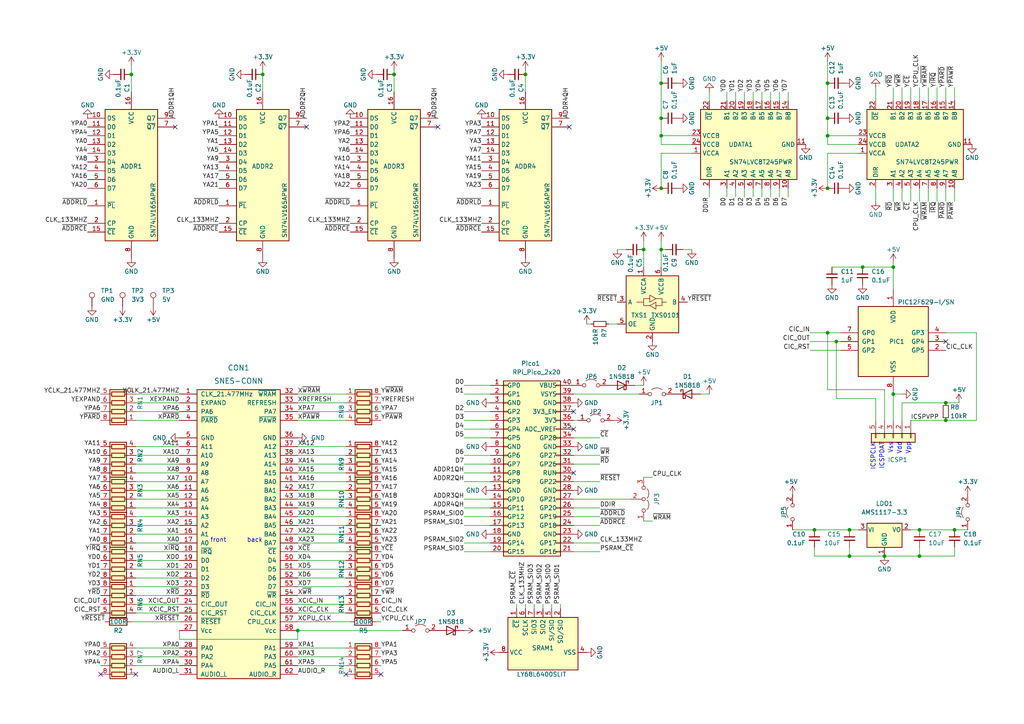
<source format=kicad_sch>
(kicad_sch (version 20211123) (generator eeschema)
  (paper "A4")
  (title_block (title "pico-cart-snes") (date "2022-08-06") (rev "v1") (company "jsd1982"))
  (lib_symbols
    (symbol "74xx:74HC165"
      (property "Reference" "U" (at -7.62 19.05 0))
      (property "Value" "74HC165" (at -7.62 -21.59 0))
      (symbol "74HC165_1_0"
        (pin input line (at -12.7 -10.16 0) (length 5.08) (name "~{PL}") (number "1"))
        (pin input line (at -12.7 15.24 0) (length 5.08) (name "DS") (number "10"))
        (pin input line (at -12.7 12.7 0) (length 5.08) (name "D0") (number "11"))
        (pin input line (at -12.7 10.16 0) (length 5.08) (name "D1") (number "12"))
        (pin input line (at -12.7 7.62 0) (length 5.08) (name "D2") (number "13"))
        (pin input line (at -12.7 5.08 0) (length 5.08) (name "D3") (number "14"))
        (pin input line (at -12.7 -17.78 0) (length 5.08) (name "~{CE}") (number "15"))
        (pin power_in line (at 0 22.86 270) (length 5.08) (name "VCC") (number "16"))
        (pin input line (at -12.7 -15.24 0) (length 5.08) (name "CP") (number "2"))
        (pin input line (at -12.7 2.54 0) (length 5.08) (name "D4") (number "3"))
        (pin input line (at -12.7 0 0) (length 5.08) (name "D5") (number "4"))
        (pin input line (at -12.7 -2.54 0) (length 5.08) (name "D6") (number "5"))
        (pin input line (at -12.7 -5.08 0) (length 5.08) (name "D7") (number "6"))
        (pin output line (at 12.7 12.7 180) (length 5.08) (name "~{Q7}") (number "7"))
        (pin power_in line (at 0 -25.4 90) (length 5.08) (name "GND") (number "8"))
        (pin output line (at 12.7 15.24 180) (length 5.08) (name "Q7") (number "9"))
      )
    )
    (symbol "Connector:TestPoint" (pin_numbers hide) (pin_names (offset 0.762) hide)
      (property "Reference" "TP" (at 0 6.858 0))
      (property "Value" "TestPoint" (at 0 5.08 0))
      (symbol "TestPoint_1_1"
        (pin passive line (at 0 0 90) (length 2.54) (name "1") (number "1"))
      )
    )
    (symbol "Connector_Generic:Conn_01x05" (pin_names (offset 1.016) hide)
      (property "Reference" "J" (at 0 7.62 0))
      (property "Value" "Conn_01x05" (at 0 -7.62 0))
      (symbol "Conn_01x05_1_1"
        (pin passive line (at -5.08 5.08 0) (length 3.81) (name "Pin_1") (number "1"))
        (pin passive line (at -5.08 2.54 0) (length 3.81) (name "Pin_2") (number "2"))
        (pin passive line (at -5.08 0 0) (length 3.81) (name "Pin_3") (number "3"))
        (pin passive line (at -5.08 -2.54 0) (length 3.81) (name "Pin_4") (number "4"))
        (pin passive line (at -5.08 -5.08 0) (length 3.81) (name "Pin_5") (number "5"))
      )
    )
    (symbol "Device:C_Small" (pin_numbers hide) (pin_names (offset 0.254) hide)
      (property "Reference" "C" (at 0.254 1.778 0))
      (property "Value" "C_Small" (at 0.254 -2.032 0))
      (symbol "C_Small_1_1"
        (pin passive line (at 0 2.54 270) (length 2.032) (name "~") (number "1"))
        (pin passive line (at 0 -2.54 90) (length 2.032) (name "~") (number "2"))
      )
    )
    (symbol "Device:R" (pin_numbers hide) (pin_names (offset 0))
      (property "Reference" "R" (at 2.032 0 90))
      (property "Value" "R" (at 0 0 90))
      (symbol "R_1_1"
        (pin passive line (at 0 3.81 270) (length 1.27) (name "~") (number "1"))
        (pin passive line (at 0 -3.81 90) (length 1.27) (name "~") (number "2"))
      )
    )
    (symbol "Device:R_Pack04" (pin_names (offset 0) hide)
      (property "Reference" "RN" (at -7.62 0 90))
      (property "Value" "R_Pack04" (at 5.08 0 90))
      (symbol "R_Pack04_1_1"
        (pin passive line (at -5.08 -5.08 90) (length 2.54) (name "R1.1") (number "1"))
        (pin passive line (at -2.54 -5.08 90) (length 2.54) (name "R2.1") (number "2"))
        (pin passive line (at 0 -5.08 90) (length 2.54) (name "R3.1") (number "3"))
        (pin passive line (at 2.54 -5.08 90) (length 2.54) (name "R4.1") (number "4"))
        (pin passive line (at 2.54 5.08 270) (length 2.54) (name "R4.2") (number "5"))
        (pin passive line (at 0 5.08 270) (length 2.54) (name "R3.2") (number "6"))
        (pin passive line (at -2.54 5.08 270) (length 2.54) (name "R2.2") (number "7"))
        (pin passive line (at -5.08 5.08 270) (length 2.54) (name "R1.2") (number "8"))
      )
    )
    (symbol "Device:R_Small" (pin_numbers hide) (pin_names (offset 0.254) hide)
      (property "Reference" "R" (at 0.762 0.508 0))
      (property "Value" "R_Small" (at 0.762 -1.016 0))
      (symbol "R_Small_1_1"
        (pin passive line (at 0 2.54 270) (length 0.762) (name "~") (number "1"))
        (pin passive line (at 0 -2.54 90) (length 0.762) (name "~") (number "2"))
      )
    )
    (symbol "Diode:1N5818" (pin_numbers hide) (pin_names (offset 1.016) hide)
      (property "Reference" "D" (at 0 2.54 0))
      (property "Value" "1N5818" (at 0 -2.54 0))
      (symbol "1N5818_1_1"
        (pin passive line (at -3.81 0 0) (length 2.54) (name "K") (number "1"))
        (pin passive line (at 3.81 0 180) (length 2.54) (name "A") (number "2"))
      )
    )
    (symbol "Jumper:Jumper_2_Open" (pin_names (offset 0) hide)
      (property "Reference" "JP" (at 0 2.794 0))
      (property "Value" "Jumper_2_Open" (at 0 -2.286 0))
      (symbol "Jumper_2_Open_1_1"
        (pin passive line (at -5.08 0 0) (length 2.54) (name "A") (number "1"))
        (pin passive line (at 5.08 0 180) (length 2.54) (name "B") (number "2"))
      )
    )
    (symbol "Jumper:Jumper_3_Open" (pin_names (offset 0) hide)
      (property "Reference" "JP" (at -2.54 -2.54 0))
      (property "Value" "Jumper_3_Open" (at 0 2.794 0))
      (symbol "Jumper_3_Open_1_1"
        (pin passive line (at -6.35 0 0) (length 2.54) (name "A") (number "1"))
        (pin passive line (at 0 -3.81 90) (length 2.54) (name "C") (number "2"))
        (pin passive line (at 6.35 0 180) (length 2.54) (name "B") (number "3"))
      )
    )
    (symbol "Logic_LevelTranslator:SN74AVC8T245PW"
      (property "Reference" "U" (at -8.89 13.97 0))
      (property "Value" "SN74AVC8T245PW" (at 12.7 13.97 0))
      (symbol "SN74AVC8T245PW_1_1"
        (pin power_in line (at -2.54 15.24 270) (length 2.54) (name "VCCA") (number "1"))
        (pin bidirectional line (at -12.7 -12.7 0) (length 2.54) (name "A8") (number "10"))
        (pin power_in line (at 0 -17.78 90) (length 2.54) (name "GND") (number "11"))
        (pin passive line (at 0 -17.78 90) (length 2.54) hide (name "GND") (number "12"))
        (pin passive line (at 0 -17.78 90) (length 2.54) hide (name "GND") (number "13"))
        (pin bidirectional line (at 12.7 -12.7 180) (length 2.54) (name "B8") (number "14"))
        (pin bidirectional line (at 12.7 -10.16 180) (length 2.54) (name "B7") (number "15"))
        (pin bidirectional line (at 12.7 -7.62 180) (length 2.54) (name "B6") (number "16"))
        (pin bidirectional line (at 12.7 -5.08 180) (length 2.54) (name "B5") (number "17"))
        (pin bidirectional line (at 12.7 -2.54 180) (length 2.54) (name "B4") (number "18"))
        (pin bidirectional line (at 12.7 0 180) (length 2.54) (name "B3") (number "19"))
        (pin input line (at -12.7 10.16 0) (length 2.54) (name "DIR") (number "2"))
        (pin bidirectional line (at 12.7 2.54 180) (length 2.54) (name "B2") (number "20"))
        (pin bidirectional line (at 12.7 5.08 180) (length 2.54) (name "B1") (number "21"))
        (pin input line (at 12.7 10.16 180) (length 2.54) (name "~{OE}") (number "22"))
        (pin power_in line (at 2.54 15.24 270) (length 2.54) (name "VCCB") (number "23"))
        (pin power_in line (at 0 15.24 270) (length 2.54) (name "VCCB") (number "24"))
        (pin bidirectional line (at -12.7 5.08 0) (length 2.54) (name "A1") (number "3"))
        (pin bidirectional line (at -12.7 2.54 0) (length 2.54) (name "A2") (number "4"))
        (pin bidirectional line (at -12.7 0 0) (length 2.54) (name "A3") (number "5"))
        (pin bidirectional line (at -12.7 -2.54 0) (length 2.54) (name "A4") (number "6"))
        (pin bidirectional line (at -12.7 -5.08 0) (length 2.54) (name "A5") (number "7"))
        (pin bidirectional line (at -12.7 -7.62 0) (length 2.54) (name "A6") (number "8"))
        (pin bidirectional line (at -12.7 -10.16 0) (length 2.54) (name "A7") (number "9"))
      )
    )
    (symbol "Logic_LevelTranslator:TXS0101"
      (property "Reference" "TXS1" (at -3.81 -1.27 0))
      (property "Value" "TXS0101" (at 3.81 -1.27 0))
      (symbol "TXS0101_1_1"
        (pin power_in line (at -2.54 12.7 270) (length 2.54) (name "VCCA") (number "1"))
        (pin power_in line (at 0 -8.89 90) (length 2.54) (name "GND") (number "2"))
        (pin bidirectional line (at -10.16 2.54 0) (length 2.54) (name "A") (number "3"))
        (pin bidirectional line (at 10.16 2.54 180) (length 2.54) (name "B") (number "4"))
        (pin input line (at -10.16 -3.81 0) (length 2.54) (name "OE") (number "5"))
        (pin power_in line (at 2.54 12.7 270) (length 2.54) (name "VCCB") (number "6"))
      )
    )
    (symbol "MCU_Microchip_PIC12:PIC12F629-ISN" (pin_names (offset 1.016))
      (property "Reference" "U" (at 1.27 13.97 0))
      (property "Value" "PIC12F629-ISN" (at 1.27 11.43 0))
      (symbol "PIC12F629-ISN_1_1"
        (pin power_in line (at 0 15.24 270) (length 5.08) (name "VDD") (number "1"))
        (pin bidirectional line (at 15.24 -2.54 180) (length 5.08) (name "GP5") (number "2"))
        (pin bidirectional line (at 15.24 0 180) (length 5.08) (name "GP4") (number "3"))
        (pin input line (at 15.24 2.54 180) (length 5.08) (name "GP3") (number "4"))
        (pin bidirectional line (at -15.24 -2.54 0) (length 5.08) (name "GP2") (number "5"))
        (pin bidirectional line (at -15.24 0 0) (length 5.08) (name "GP1") (number "6"))
        (pin bidirectional line (at -15.24 2.54 0) (length 5.08) (name "GP0") (number "7"))
        (pin power_in line (at 0 -15.24 90) (length 5.08) (name "VSS") (number "8"))
      )
    )
    (symbol "Memory_RAM:ESP-PSRAM32"
      (property "Reference" "U" (at 3.81 11.43 0))
      (property "Value" "ESP-PSRAM32" (at -1.27 -11.43 0))
      (symbol "ESP-PSRAM32_1_1"
        (pin input line (at 10.16 7.62 180) (length 2.54) (name "~{CE}") (number "1"))
        (pin output line (at 10.16 -5.08 180) (length 2.54) (name "SO/SIO") (number "2"))
        (pin bidirectional line (at 10.16 0 180) (length 2.54) (name "SIO2") (number "3"))
        (pin power_in line (at -2.54 -12.7 90) (length 2.54) (name "VSS") (number "4"))
        (pin input line (at 10.16 -2.54 180) (length 2.54) (name "SI/SIO") (number "5"))
        (pin output line (at 10.16 5.08 180) (length 2.54) (name "SCLK") (number "6"))
        (pin bidirectional line (at 10.16 2.54 180) (length 2.54) (name "SIO3") (number "7"))
        (pin power_in line (at -2.54 12.7 270) (length 2.54) (name "VCC") (number "8"))
      )
    )
    (symbol "RPi_Pico:RPi_Pico" (pin_names (offset 1.016))
      (property "Reference" "Pico1" (at -2.54 29.21 0))
      (property "Value" "RPi_Pico" (at -5.08 26.67 0))
      (symbol "RPi_Pico_1_1"
        (pin passive line (at -11.43 22.86 0) (length 3.81) (name "GP0") (number "1"))
        (pin passive line (at -11.43 0 0) (length 3.81) (name "GP7") (number "10"))
        (pin passive line (at -11.43 -2.54 0) (length 3.81) (name "GP8") (number "11"))
        (pin passive line (at -11.43 -5.08 0) (length 3.81) (name "GP9") (number "12"))
        (pin passive line (at -11.43 -7.62 0) (length 3.81) (name "GND") (number "13"))
        (pin passive line (at -11.43 -10.16 0) (length 3.81) (name "GP10") (number "14"))
        (pin passive line (at -11.43 -12.7 0) (length 3.81) (name "GP11") (number "15"))
        (pin passive line (at -11.43 -15.24 0) (length 3.81) (name "GP12") (number "16"))
        (pin passive line (at -11.43 -17.78 0) (length 3.81) (name "GP13") (number "17"))
        (pin passive line (at -11.43 -20.32 0) (length 3.81) (name "GND") (number "18"))
        (pin passive line (at -11.43 -22.86 0) (length 3.81) (name "GP14") (number "19"))
        (pin passive line (at -11.43 20.32 0) (length 3.81) (name "GP1") (number "2"))
        (pin passive line (at -11.43 -25.4 0) (length 3.81) (name "GP15") (number "20"))
        (pin passive line (at 12.7 -25.4 180) (length 3.81) (name "GP16") (number "21"))
        (pin passive line (at 12.7 -22.86 180) (length 3.81) (name "GP17") (number "22"))
        (pin passive line (at 12.7 -20.32 180) (length 3.81) (name "GND") (number "23"))
        (pin passive line (at 12.7 -17.78 180) (length 3.81) (name "GP18") (number "24"))
        (pin passive line (at 12.7 -15.24 180) (length 3.81) (name "GP19") (number "25"))
        (pin passive line (at 12.7 -12.7 180) (length 3.81) (name "GP20") (number "26"))
        (pin passive line (at 12.7 -10.16 180) (length 3.81) (name "GP21") (number "27"))
        (pin passive line (at 12.7 -7.62 180) (length 3.81) (name "GND") (number "28"))
        (pin passive line (at 12.7 -5.08 180) (length 3.81) (name "GP22") (number "29"))
        (pin passive line (at -11.43 17.78 0) (length 3.81) (name "GND") (number "3"))
        (pin passive line (at 12.7 -2.54 180) (length 3.81) (name "RUN") (number "30"))
        (pin passive line (at 12.7 0 180) (length 3.81) (name "GP26") (number "31"))
        (pin passive line (at 12.7 2.54 180) (length 3.81) (name "GP27") (number "32"))
        (pin passive line (at 12.7 5.08 180) (length 3.81) (name "GND") (number "33"))
        (pin passive line (at 12.7 7.62 180) (length 3.81) (name "GP28") (number "34"))
        (pin passive line (at 12.7 10.16 180) (length 3.81) (name "ADC_VREF") (number "35"))
        (pin passive line (at 12.7 12.7 180) (length 3.81) (name "3V3") (number "36"))
        (pin passive line (at 12.7 15.24 180) (length 3.81) (name "3V3_EN") (number "37"))
        (pin passive line (at 12.7 17.78 180) (length 3.81) (name "GND") (number "38"))
        (pin passive line (at 12.7 20.32 180) (length 3.81) (name "VSYS") (number "39"))
        (pin passive line (at -11.43 15.24 0) (length 3.81) (name "GP2") (number "4"))
        (pin passive line (at 12.7 22.86 180) (length 3.81) (name "VBUS") (number "40"))
        (pin passive line (at -11.43 12.7 0) (length 3.81) (name "GP3") (number "5"))
        (pin passive line (at -11.43 10.16 0) (length 3.81) (name "GP4") (number "6"))
        (pin passive line (at -11.43 7.62 0) (length 3.81) (name "GP5") (number "7"))
        (pin passive line (at -11.43 5.08 0) (length 3.81) (name "GND") (number "8"))
        (pin passive line (at -11.43 2.54 0) (length 3.81) (name "GP6") (number "9"))
      )
    )
    (symbol "Regulator_Linear:AMS1117-3.3" (pin_names (offset 0.254))
      (property "Reference" "U" (at -3.81 3.175 0))
      (property "Value" "AMS1117-3.3" (at 0 3.175 0))
      (symbol "AMS1117-3.3_1_1"
        (pin power_in line (at 0 -7.62 90) (length 2.54) (name "GND") (number "1"))
        (pin power_out line (at 7.62 0 180) (length 2.54) (name "VO") (number "2"))
        (pin power_in line (at -7.62 0 0) (length 2.54) (name "VI") (number "3"))
      )
    )
    (symbol "power:+3.3V" (power) (pin_names (offset 0))
      (property "Value" "+3.3V" (at 0 3.556 0))
      (symbol "+3.3V_1_1"
        (pin power_in line (at 0 0 90) (length 0) hide (name "+3.3V") (number "1"))
      )
    )
    (symbol "power:+5V" (power) (pin_names (offset 0))
      (property "Value" "+5V" (at 0 3.556 0))
      (symbol "+5V_1_1"
        (pin power_in line (at 0 0 90) (length 0) hide (name "+5V") (number "1"))
      )
    )
    (symbol "power:GND" (power) (pin_names (offset 0))
      (property "Value" "GND" (at 0 -3.81 0))
      (symbol "GND_1_1"
        (pin power_in line (at 0 0 270) (length 0) hide (name "GND") (number "1"))
      )
    )
    (symbol "snes-umd-cache:SNES-CONN" (pin_names (offset 1.016)) (in_bom no)
      (property "Reference" "CON1" (at 12.065 6.35 0))
      (property "Value" "SNES-CONN" (at 12.065 2.54 0))
      (symbol "SNES-CONN_1_1"
        (pin passive line (at -5.08 -1.27 0) (length 5.08) (name "CLK_21.477MHz") (number "1"))
        (pin passive line (at -5.08 -26.67 0) (length 5.08) (name "A7") (number "10"))
        (pin passive line (at -5.08 -29.21 0) (length 5.08) (name "A6") (number "11"))
        (pin passive line (at -5.08 -31.75 0) (length 5.08) (name "A5") (number "12"))
        (pin passive line (at -5.08 -34.29 0) (length 5.08) (name "A4") (number "13"))
        (pin passive line (at -5.08 -36.83 0) (length 5.08) (name "A3") (number "14"))
        (pin passive line (at -5.08 -39.37 0) (length 5.08) (name "A2") (number "15"))
        (pin passive line (at -5.08 -41.91 0) (length 5.08) (name "A1") (number "16"))
        (pin passive line (at -5.08 -44.45 0) (length 5.08) (name "A0") (number "17"))
        (pin passive line (at -5.08 -46.99 0) (length 5.08) (name "~{IRQ}") (number "18"))
        (pin passive line (at -5.08 -49.53 0) (length 5.08) (name "D0") (number "19"))
        (pin passive line (at -5.08 -3.81 0) (length 5.08) (name "EXPAND") (number "2"))
        (pin passive line (at -5.08 -52.07 0) (length 5.08) (name "D1") (number "20"))
        (pin passive line (at -5.08 -54.61 0) (length 5.08) (name "D2") (number "21"))
        (pin passive line (at -5.08 -57.15 0) (length 5.08) (name "D3") (number "22"))
        (pin passive line (at -5.08 -59.69 0) (length 5.08) (name "~{RD}") (number "23"))
        (pin passive line (at -5.08 -62.23 0) (length 5.08) (name "CIC_OUT") (number "24"))
        (pin passive line (at -5.08 -64.77 0) (length 5.08) (name "CIC_RST") (number "25"))
        (pin passive line (at -5.08 -67.31 0) (length 5.08) (name "~{RESET}") (number "26"))
        (pin passive line (at -5.08 -69.85 0) (length 5.08) (name "Vcc") (number "27"))
        (pin passive line (at -5.08 -74.93 0) (length 5.08) (name "PA0") (number "28"))
        (pin passive line (at -5.08 -77.47 0) (length 5.08) (name "PA2") (number "29"))
        (pin passive line (at -5.08 -6.35 0) (length 5.08) (name "PA6") (number "3"))
        (pin passive line (at -5.08 -80.01 0) (length 5.08) (name "PA4") (number "30"))
        (pin passive line (at -5.08 -82.55 0) (length 5.08) (name "AUDIO_L") (number "31"))
        (pin passive line (at 29.21 -1.27 180) (length 5.08) (name "~{WRAM}") (number "32"))
        (pin passive line (at 29.21 -3.81 180) (length 5.08) (name "REFRESH") (number "33"))
        (pin passive line (at 29.21 -6.35 180) (length 5.08) (name "PA7") (number "34"))
        (pin passive line (at 29.21 -8.89 180) (length 5.08) (name "~{PAWR}") (number "35"))
        (pin passive line (at 29.21 -13.97 180) (length 5.08) (name "GND") (number "36"))
        (pin passive line (at 29.21 -16.51 180) (length 5.08) (name "A12") (number "37"))
        (pin passive line (at 29.21 -19.05 180) (length 5.08) (name "A13") (number "38"))
        (pin passive line (at 29.21 -21.59 180) (length 5.08) (name "A14") (number "39"))
        (pin passive line (at -5.08 -8.89 0) (length 5.08) (name "~{PARD}") (number "4"))
        (pin passive line (at 29.21 -24.13 180) (length 5.08) (name "A15") (number "40"))
        (pin passive line (at 29.21 -26.67 180) (length 5.08) (name "BA0") (number "41"))
        (pin passive line (at 29.21 -29.21 180) (length 5.08) (name "BA1") (number "42"))
        (pin passive line (at 29.21 -31.75 180) (length 5.08) (name "BA2") (number "43"))
        (pin passive line (at 29.21 -34.29 180) (length 5.08) (name "BA3") (number "44"))
        (pin passive line (at 29.21 -36.83 180) (length 5.08) (name "BA4") (number "45"))
        (pin passive line (at 29.21 -39.37 180) (length 5.08) (name "BA5") (number "46"))
        (pin passive line (at 29.21 -41.91 180) (length 5.08) (name "BA6") (number "47"))
        (pin passive line (at 29.21 -44.45 180) (length 5.08) (name "BA7") (number "48"))
        (pin passive line (at 29.21 -46.99 180) (length 5.08) (name "~{CE}") (number "49"))
        (pin passive line (at -5.08 -13.97 0) (length 5.08) (name "GND") (number "5"))
        (pin passive line (at 29.21 -49.53 180) (length 5.08) (name "D4") (number "50"))
        (pin passive line (at 29.21 -52.07 180) (length 5.08) (name "D5") (number "51"))
        (pin passive line (at 29.21 -54.61 180) (length 5.08) (name "D6") (number "52"))
        (pin passive line (at 29.21 -57.15 180) (length 5.08) (name "D7") (number "53"))
        (pin passive line (at 29.21 -59.69 180) (length 5.08) (name "~{WR}") (number "54"))
        (pin passive line (at 29.21 -62.23 180) (length 5.08) (name "CIC_IN") (number "55"))
        (pin passive line (at 29.21 -64.77 180) (length 5.08) (name "CIC_CLK") (number "56"))
        (pin passive line (at 29.21 -67.31 180) (length 5.08) (name "CPU_CLK") (number "57"))
        (pin passive line (at 29.21 -69.85 180) (length 5.08) (name "Vcc") (number "58"))
        (pin passive line (at 29.21 -74.93 180) (length 5.08) (name "PA1") (number "59"))
        (pin passive line (at -5.08 -16.51 0) (length 5.08) (name "A11") (number "6"))
        (pin passive line (at 29.21 -77.47 180) (length 5.08) (name "PA3") (number "60"))
        (pin passive line (at 29.21 -80.01 180) (length 5.08) (name "PA5") (number "61"))
        (pin passive line (at 29.21 -82.55 180) (length 5.08) (name "AUDIO_R") (number "62"))
        (pin passive line (at -5.08 -19.05 0) (length 5.08) (name "A10") (number "7"))
        (pin passive line (at -5.08 -21.59 0) (length 5.08) (name "A9") (number "8"))
        (pin passive line (at -5.08 -24.13 0) (length 5.08) (name "A8") (number "9"))
      )
    )
  )
  (junction (at 246.38 161.29))
  (junction (at 191.77 54.61))
  (junction (at 240.03 39.37))
  (junction (at 240.03 96.52))
  (junction (at 86.36 182.88))
  (junction (at 114.3 21.59))
  (junction (at 259.08 114.3))
  (junction (at 250.19 77.47))
  (junction (at 76.2 21.59))
  (junction (at 266.7 153.67))
  (junction (at 242.57 99.06))
  (junction (at 152.4 21.59))
  (junction (at 274.32 116.84))
  (junction (at 236.22 153.67))
  (junction (at 266.7 161.29))
  (junction (at 191.77 72.39))
  (junction (at 246.38 153.67))
  (junction (at 191.77 24.13))
  (junction (at 276.86 153.67))
  (junction (at 259.08 77.47))
  (junction (at 240.03 24.13))
  (junction (at 191.77 39.37))
  (junction (at 240.03 34.29))
  (junction (at 186.69 72.39))
  (junction (at 240.03 54.61))
  (junction (at 256.54 161.29))
  (junction (at 191.77 34.29))
  (junction (at 274.32 121.92))
  (junction (at 38.1 21.59))
  (no_connect (at 29.21 195.58))
  (no_connect (at 39.37 195.58))
  (no_connect (at 165.1 36.83))
  (no_connect (at 127 36.83))
  (no_connect (at 88.9 36.83))
  (no_connect (at 166.37 124.46))
  (no_connect (at 100.33 195.58))
  (no_connect (at 110.49 195.58))
  (no_connect (at 166.37 137.16))
  (no_connect (at 50.8 36.83))
  (no_connect (at 274.32 99.06))
  (no_connect (at 166.37 119.38))
  (wire (pts (xy 246.38 158.75) (xy 246.38 161.29)))
  (wire (pts (xy 246.38 153.67) (xy 248.92 153.67)))
  (wire (pts (xy 134.62 111.76) (xy 142.24 111.76)))
  (wire (pts (xy 100.33 149.86) (xy 86.36 149.86)))
  (wire (pts (xy 259.08 76.2) (xy 259.08 77.47)))
  (wire (pts (xy 76.2 20.32) (xy 76.2 21.59)))
  (wire (pts (xy 240.03 24.13) (xy 240.03 17.78)))
  (wire (pts (xy 152.4 21.59) (xy 152.4 26.67)))
  (wire (pts (xy 39.37 137.16) (xy 52.07 137.16)))
  (wire (pts (xy 100.33 129.54) (xy 86.36 129.54)))
  (wire (pts (xy 259.08 58.42) (xy 259.08 54.61)))
  (wire (pts (xy 276.86 161.29) (xy 276.86 158.75)))
  (wire (pts (xy 39.37 114.3) (xy 52.07 114.3)))
  (wire (pts (xy 39.37 116.84) (xy 52.07 116.84)))
  (wire (pts (xy 39.37 177.8) (xy 52.07 177.8)))
  (wire (pts (xy 274.32 58.42) (xy 274.32 54.61)))
  (wire (pts (xy 134.62 149.86) (xy 142.24 149.86)))
  (wire (pts (xy 259.08 114.3) (xy 261.62 114.3)))
  (wire (pts (xy 274.32 96.52) (xy 283.21 96.52)))
  (wire (pts (xy 186.69 69.85) (xy 186.69 72.39)))
  (wire (pts (xy 229.87 153.67) (xy 236.22 153.67)))
  (wire (pts (xy 259.08 25.4) (xy 259.08 29.21)))
  (wire (pts (xy 152.4 175.26) (xy 152.4 176.53)))
  (wire (pts (xy 213.36 26.67) (xy 213.36 29.21)))
  (wire (pts (xy 200.66 72.39) (xy 198.12 72.39)))
  (wire (pts (xy 39.37 121.92) (xy 52.07 121.92)))
  (wire (pts (xy 100.33 175.26) (xy 86.36 175.26)))
  (wire (pts (xy 283.21 96.52) (xy 283.21 121.92)))
  (wire (pts (xy 100.33 137.16) (xy 86.36 137.16)))
  (wire (pts (xy 266.7 161.29) (xy 276.86 161.29)))
  (wire (pts (xy 191.77 41.91) (xy 200.66 41.91)))
  (wire (pts (xy 223.52 57.15) (xy 223.52 54.61)))
  (wire (pts (xy 100.33 121.92) (xy 86.36 121.92)))
  (wire (pts (xy 100.33 187.96) (xy 86.36 187.96)))
  (wire (pts (xy 110.49 180.34) (xy 109.22 180.34)))
  (wire (pts (xy 100.33 152.4) (xy 86.36 152.4)))
  (wire (pts (xy 173.99 134.62) (xy 166.37 134.62)))
  (wire (pts (xy 100.33 132.08) (xy 86.36 132.08)))
  (wire (pts (xy 240.03 113.03) (xy 256.54 113.03)))
  (wire (pts (xy 100.33 165.1) (xy 86.36 165.1)))
  (wire (pts (xy 100.33 142.24) (xy 86.36 142.24)))
  (wire (pts (xy 271.78 58.42) (xy 271.78 54.61)))
  (wire (pts (xy 261.62 116.84) (xy 261.62 121.92)))
  (wire (pts (xy 191.77 34.29) (xy 191.77 24.13)))
  (wire (pts (xy 86.36 114.3) (xy 100.33 114.3)))
  (wire (pts (xy 242.57 99.06) (xy 242.57 115.57)))
  (wire (pts (xy 205.74 57.15) (xy 205.74 54.61)))
  (wire (pts (xy 259.08 77.47) (xy 259.08 83.82)))
  (wire (pts (xy 274.32 116.84) (xy 278.13 116.84)))
  (wire (pts (xy 191.77 72.39) (xy 193.04 72.39)))
  (wire (pts (xy 39.37 119.38) (xy 52.07 119.38)))
  (wire (pts (xy 191.77 69.85) (xy 191.77 72.39)))
  (wire (pts (xy 271.78 25.4) (xy 271.78 29.21)))
  (wire (pts (xy 114.3 20.32) (xy 114.3 21.59)))
  (wire (pts (xy 264.16 58.42) (xy 264.16 54.61)))
  (wire (pts (xy 173.99 127) (xy 166.37 127)))
  (wire (pts (xy 240.03 39.37) (xy 248.92 39.37)))
  (wire (pts (xy 191.77 24.13) (xy 191.77 17.78)))
  (wire (pts (xy 191.77 44.45) (xy 200.66 44.45)))
  (wire (pts (xy 240.03 41.91) (xy 240.03 39.37)))
  (wire (pts (xy 134.62 124.46) (xy 142.24 124.46)))
  (wire (pts (xy 173.99 160.02) (xy 166.37 160.02)))
  (wire (pts (xy 185.42 114.3) (xy 166.37 114.3)))
  (wire (pts (xy 226.06 26.67) (xy 226.06 29.21)))
  (wire (pts (xy 100.33 177.8) (xy 86.36 177.8)))
  (wire (pts (xy 173.99 147.32) (xy 166.37 147.32)))
  (wire (pts (xy 266.7 158.75) (xy 266.7 161.29)))
  (wire (pts (xy 234.95 99.06) (xy 242.57 99.06)))
  (wire (pts (xy 254 58.42) (xy 254 54.61)))
  (wire (pts (xy 162.56 175.26) (xy 162.56 176.53)))
  (wire (pts (xy 179.07 72.39) (xy 181.61 72.39)))
  (wire (pts (xy 149.86 175.26) (xy 149.86 176.53)))
  (wire (pts (xy 167.64 121.92) (xy 166.37 121.92)))
  (wire (pts (xy 100.33 144.78) (xy 86.36 144.78)))
  (wire (pts (xy 269.24 25.4) (xy 269.24 29.21)))
  (wire (pts (xy 256.54 161.29) (xy 246.38 161.29)))
  (wire (pts (xy 191.77 72.39) (xy 191.77 77.47)))
  (wire (pts (xy 240.03 34.29) (xy 240.03 24.13)))
  (wire (pts (xy 114.3 21.59) (xy 114.3 26.67)))
  (wire (pts (xy 191.77 39.37) (xy 191.77 34.29)))
  (wire (pts (xy 160.02 175.26) (xy 160.02 176.53)))
  (wire (pts (xy 134.62 157.48) (xy 142.24 157.48)))
  (wire (pts (xy 261.62 25.4) (xy 261.62 29.21)))
  (wire (pts (xy 39.37 162.56) (xy 52.07 162.56)))
  (wire (pts (xy 210.82 26.67) (xy 210.82 29.21)))
  (wire (pts (xy 39.37 152.4) (xy 52.07 152.4)))
  (wire (pts (xy 242.57 115.57) (xy 254 115.57)))
  (wire (pts (xy 100.33 160.02) (xy 86.36 160.02)))
  (wire (pts (xy 39.37 149.86) (xy 52.07 149.86)))
  (wire (pts (xy 173.99 149.86) (xy 166.37 149.86)))
  (wire (pts (xy 170.18 93.98) (xy 171.45 93.98)))
  (wire (pts (xy 39.37 142.24) (xy 52.07 142.24)))
  (wire (pts (xy 39.37 187.96) (xy 52.07 187.96)))
  (wire (pts (xy 173.99 157.48) (xy 166.37 157.48)))
  (wire (pts (xy 39.37 170.18) (xy 52.07 170.18)))
  (wire (pts (xy 205.74 26.67) (xy 205.74 29.21)))
  (wire (pts (xy 256.54 113.03) (xy 256.54 121.92)))
  (wire (pts (xy 52.07 185.42) (xy 86.36 185.42)))
  (wire (pts (xy 264.16 121.92) (xy 274.32 121.92)))
  (wire (pts (xy 100.33 193.04) (xy 86.36 193.04)))
  (wire (pts (xy 76.2 21.59) (xy 76.2 26.67)))
  (wire (pts (xy 228.6 26.67) (xy 228.6 29.21)))
  (wire (pts (xy 240.03 44.45) (xy 248.92 44.45)))
  (wire (pts (xy 173.99 152.4) (xy 166.37 152.4)))
  (wire (pts (xy 100.33 172.72) (xy 86.36 172.72)))
  (wire (pts (xy 236.22 153.67) (xy 246.38 153.67)))
  (wire (pts (xy 116.84 182.88) (xy 86.36 182.88)))
  (wire (pts (xy 134.62 132.08) (xy 142.24 132.08)))
  (wire (pts (xy 210.82 57.15) (xy 210.82 54.61)))
  (wire (pts (xy 152.4 20.32) (xy 152.4 21.59)))
  (wire (pts (xy 240.03 96.52) (xy 240.03 113.03)))
  (wire (pts (xy 38.1 21.59) (xy 38.1 26.67)))
  (wire (pts (xy 173.99 139.7) (xy 166.37 139.7)))
  (wire (pts (xy 52.07 182.88) (xy 52.07 185.42)))
  (wire (pts (xy 100.33 167.64) (xy 86.36 167.64)))
  (wire (pts (xy 39.37 154.94) (xy 52.07 154.94)))
  (wire (pts (xy 246.38 161.29) (xy 236.22 161.29)))
  (wire (pts (xy 223.52 26.67) (xy 223.52 29.21)))
  (wire (pts (xy 157.48 175.26) (xy 157.48 176.53)))
  (wire (pts (xy 39.37 160.02) (xy 52.07 160.02)))
  (wire (pts (xy 261.62 58.42) (xy 261.62 54.61)))
  (wire (pts (xy 189.23 151.13) (xy 186.69 151.13)))
  (wire (pts (xy 266.7 25.4) (xy 266.7 29.21)))
  (wire (pts (xy 256.54 161.29) (xy 266.7 161.29)))
  (wire (pts (xy 100.33 162.56) (xy 86.36 162.56)))
  (wire (pts (xy 38.1 19.05) (xy 38.1 21.59)))
  (wire (pts (xy 191.77 41.91) (xy 191.77 39.37)))
  (wire (pts (xy 189.23 138.43) (xy 186.69 138.43)))
  (wire (pts (xy 218.44 26.67) (xy 218.44 29.21)))
  (wire (pts (xy 215.9 57.15) (xy 215.9 54.61)))
  (wire (pts (xy 39.37 144.78) (xy 52.07 144.78)))
  (wire (pts (xy 134.62 119.38) (xy 142.24 119.38)))
  (wire (pts (xy 276.86 25.4) (xy 276.86 29.21)))
  (wire (pts (xy 254 115.57) (xy 254 121.92)))
  (wire (pts (xy 39.37 193.04) (xy 52.07 193.04)))
  (wire (pts (xy 182.88 144.78) (xy 166.37 144.78)))
  (wire (pts (xy 261.62 116.84) (xy 274.32 116.84)))
  (wire (pts (xy 134.62 160.02) (xy 142.24 160.02)))
  (wire (pts (xy 186.69 111.76) (xy 184.15 111.76)))
  (wire (pts (xy 269.24 58.42) (xy 269.24 54.61)))
  (wire (pts (xy 266.7 153.67) (xy 276.86 153.67)))
  (wire (pts (xy 134.62 121.92) (xy 142.24 121.92)))
  (wire (pts (xy 86.36 116.84) (xy 100.33 116.84)))
  (wire (pts (xy 134.62 139.7) (xy 142.24 139.7)))
  (wire (pts (xy 100.33 157.48) (xy 86.36 157.48)))
  (wire (pts (xy 226.06 57.15) (xy 226.06 54.61)))
  (wire (pts (xy 38.1 180.34) (xy 52.07 180.34)))
  (wire (pts (xy 134.62 147.32) (xy 142.24 147.32)))
  (wire (pts (xy 39.37 134.62) (xy 52.07 134.62)))
  (wire (pts (xy 259.08 121.92) (xy 259.08 114.3)))
  (wire (pts (xy 250.19 77.47) (xy 259.08 77.47)))
  (wire (pts (xy 191.77 39.37) (xy 200.66 39.37)))
  (wire (pts (xy 86.36 182.88) (xy 86.36 185.42)))
  (wire (pts (xy 274.32 25.4) (xy 274.32 29.21)))
  (wire (pts (xy 134.62 137.16) (xy 142.24 137.16)))
  (wire (pts (xy 100.33 170.18) (xy 86.36 170.18)))
  (wire (pts (xy 39.37 132.08) (xy 52.07 132.08)))
  (wire (pts (xy 266.7 58.42) (xy 266.7 54.61)))
  (wire (pts (xy 39.37 147.32) (xy 52.07 147.32)))
  (wire (pts (xy 220.98 26.67) (xy 220.98 29.21)))
  (wire (pts (xy 154.94 175.26) (xy 154.94 176.53)))
  (wire (pts (xy 228.6 57.15) (xy 228.6 54.61)))
  (wire (pts (xy 236.22 161.29) (xy 236.22 158.75)))
  (wire (pts (xy 39.37 139.7) (xy 52.07 139.7)))
  (wire (pts (xy 213.36 57.15) (xy 213.36 54.61)))
  (wire (pts (xy 205.74 114.3) (xy 203.2 114.3)))
  (wire (pts (xy 186.69 72.39) (xy 186.69 77.47)))
  (wire (pts (xy 240.03 41.91) (xy 248.92 41.91)))
  (wire (pts (xy 39.37 165.1) (xy 52.07 165.1)))
  (wire (pts (xy 134.62 152.4) (xy 142.24 152.4)))
  (wire (pts (xy 39.37 157.48) (xy 52.07 157.48)))
  (wire (pts (xy 86.36 180.34) (xy 101.6 180.34)))
  (wire (pts (xy 191.77 54.61) (xy 191.77 44.45)))
  (wire (pts (xy 39.37 175.26) (xy 52.07 175.26)))
  (wire (pts (xy 100.33 154.94) (xy 86.36 154.94)))
  (wire (pts (xy 134.62 127) (xy 142.24 127)))
  (wire (pts (xy 86.36 119.38) (xy 100.33 119.38)))
  (wire (pts (xy 166.37 132.08) (xy 173.99 132.08)))
  (wire (pts (xy 100.33 139.7) (xy 86.36 139.7)))
  (wire (pts (xy 39.37 129.54) (xy 52.07 129.54)))
  (wire (pts (xy 234.95 96.52) (xy 240.03 96.52)))
  (wire (pts (xy 39.37 167.64) (xy 52.07 167.64)))
  (wire (pts (xy 264.16 25.4) (xy 264.16 29.21)))
  (wire (pts (xy 39.37 172.72) (xy 52.07 172.72)))
  (wire (pts (xy 100.33 147.32) (xy 86.36 147.32)))
  (wire (pts (xy 240.03 54.61) (xy 240.03 44.45)))
  (wire (pts (xy 100.33 134.62) (xy 86.36 134.62)))
  (wire (pts (xy 134.62 134.62) (xy 142.24 134.62)))
  (wire (pts (xy 234.95 101.6) (xy 243.84 101.6)))
  (wire (pts (xy 242.57 99.06) (xy 243.84 99.06)))
  (wire (pts (xy 134.62 144.78) (xy 142.24 144.78)))
  (wire (pts (xy 215.9 26.67) (xy 215.9 29.21)))
  (wire (pts (xy 241.3 77.47) (xy 250.19 77.47)))
  (wire (pts (xy 240.03 39.37) (xy 240.03 34.29)))
  (wire (pts (xy 176.53 93.98) (xy 179.07 93.98)))
  (wire (pts (xy 218.44 57.15) (xy 218.44 54.61)))
  (wire (pts (xy 220.98 57.15) (xy 220.98 54.61)))
  (wire (pts (xy 274.32 121.92) (xy 283.21 121.92)))
  (wire (pts (xy 276.86 58.42) (xy 276.86 54.61)))
  (wire (pts (xy 280.67 153.67) (xy 276.86 153.67)))
  (wire (pts (xy 254 25.4) (xy 254 29.21)))
  (wire (pts (xy 39.37 190.5) (xy 52.07 190.5)))
  (wire (pts (xy 134.62 114.3) (xy 142.24 114.3)))
  (wire (pts (xy 240.03 96.52) (xy 243.84 96.52)))
  (wire (pts (xy 264.16 153.67) (xy 266.7 153.67)))
  (wire (pts (xy 100.33 190.5) (xy 86.36 190.5)))
  (text "Vpp" (at 264.16 128.27 270) (effects (font (size 1.27 1.27)) (justify right bottom)))
  (text "Vss" (at 259.08 128.27 270) (effects (font (size 1.27 1.27)) (justify right bottom)))
  (text "ICSPCLK" (at 254 128.27 270) (effects (font (size 1.27 1.27)) (justify right bottom)))
  (text "Vdd" (at 261.62 128.27 270) (effects (font (size 1.27 1.27)) (justify right bottom)))
  (text "front" (at 60.96 157.48 0) (effects (font (size 1.27 1.27)) (justify left bottom)))
  (text "ICSPDAT" (at 256.54 128.27 270) (effects (font (size 1.27 1.27)) (justify right bottom)))
  (text "back" (at 76.2 157.48 180) (effects (font (size 1.27 1.27)) (justify right bottom)))
  (label "~{ADDRCE}" (at 63.5 67.31 180))
  (label "XA10" (at 52.07 132.08 180))
  (label "YCPU_CLK" (at 110.49 180.34 0))
  (label "YA23" (at 139.7 54.61 180))
  (label "XD4" (at 86.36 162.56 0))
  (label "~{RD}" (at 173.99 134.62 0))
  (label "X~{RESET}" (at 52.07 180.34 180))
  (label "AUDIO_L" (at 52.07 195.58 180))
  (label "YPA2" (at 29.21 190.5 180))
  (label "CPU_CLK" (at 266.7 58.42 270))
  (label "YA5" (at 63.5 44.45 180))
  (label "YPA0" (at 25.4 36.83 180))
  (label "YA22" (at 110.49 154.94 0))
  (label "CIC_OUT" (at 29.21 175.26 180))
  (label "~{ADDRCE}" (at 173.99 152.4 0))
  (label "D6" (at 134.62 132.08 180))
  (label "YPA7" (at 139.7 39.37 180))
  (label "YD1" (at 29.21 165.1 180))
  (label "XA1" (at 52.07 154.94 180))
  (label "YA3" (at 29.21 149.86 180))
  (label "Y~{WR}" (at 261.62 25.4 90))
  (label "XA19" (at 86.36 147.32 0))
  (label "YD2" (at 215.9 26.67 90))
  (label "YD4" (at 110.49 162.56 0))
  (label "Y~{CE}" (at 110.49 160.02 0))
  (label "YA11" (at 29.21 129.54 180))
  (label "~{RESET}" (at 173.99 139.7 0))
  (label "YA2" (at 29.21 152.4 180))
  (label "~{ADDRCE}" (at 25.4 67.31 180))
  (label "~{CE}" (at 173.99 127 0))
  (label "YA12" (at 110.49 129.54 0))
  (label "YA4" (at 25.4 44.45 180))
  (label "YA9" (at 29.21 134.62 180))
  (label "YCLK_21.477MHZ" (at 29.21 114.3 180))
  (label "XPA1" (at 86.36 187.96 0))
  (label "Y~{WR}" (at 110.49 172.72 0))
  (label "PSRAM_~{CE}" (at 149.86 175.26 90))
  (label "X~{CE}" (at 86.36 160.02 0))
  (label "CLK_133MHZ" (at 139.7 64.77 180))
  (label "YA17" (at 110.49 142.24 0))
  (label "YPA5" (at 110.49 193.04 0))
  (label "D0" (at 134.62 111.76 180))
  (label "YA7" (at 139.7 44.45 180))
  (label "YD3" (at 218.44 26.67 90))
  (label "YPA1" (at 110.49 187.96 0))
  (label "X~{PARD}" (at 52.07 121.92 180))
  (label "YA13" (at 63.5 49.53 180))
  (label "CLK_133MHZ" (at 173.99 157.48 0))
  (label "~{ADDRCE}" (at 101.6 67.31 180))
  (label "YA17" (at 63.5 52.07 180))
  (label "ADDR4QH" (at 165.1 34.29 90))
  (label "XPA3" (at 86.36 190.5 0))
  (label "~{ADDRLD}" (at 139.7 59.69 180))
  (label "XD7" (at 86.36 170.18 0))
  (label "X~{IRQ}" (at 52.07 160.02 180))
  (label "XPA7" (at 86.36 119.38 0))
  (label "XPA4" (at 52.07 193.04 180))
  (label "YPA7" (at 110.49 119.38 0))
  (label "CLK_133MHZ" (at 152.4 175.26 90))
  (label "Y~{IRQ}" (at 271.78 25.4 90))
  (label "ADDR4QH" (at 134.62 147.32 180))
  (label "XA3" (at 52.07 149.86 180))
  (label "XA18" (at 86.36 144.78 0))
  (label "YA13" (at 110.49 132.08 0))
  (label "YA19" (at 110.49 147.32 0))
  (label "YD5" (at 223.52 26.67 90))
  (label "YA6" (at 101.6 44.45 180))
  (label "Y~{RESET}" (at 199.39 87.63 0))
  (label "XA13" (at 86.36 132.08 0))
  (label "YD1" (at 213.36 26.67 90))
  (label "YA12" (at 25.4 49.53 180))
  (label "D2" (at 134.62 119.38 180))
  (label "YD6" (at 226.06 26.67 90))
  (label "XD2" (at 52.07 167.64 180))
  (label "PSRAM_SIO3" (at 134.62 160.02 180))
  (label "YD0" (at 29.21 162.56 180))
  (label "PSRAM_SIO2" (at 157.48 175.26 90))
  (label "PSRAM_SIO2" (at 134.62 157.48 180))
  (label "YREFRESH" (at 110.49 116.84 0))
  (label "YA21" (at 110.49 152.4 0))
  (label "~{ADDRLD}" (at 101.6 59.69 180))
  (label "X~{RD}" (at 52.07 172.72 180))
  (label "YA22" (at 101.6 54.61 180))
  (label "YA16" (at 25.4 52.07 180))
  (label "YPA0" (at 29.21 187.96 180))
  (label "~{ADDRLD}" (at 63.5 59.69 180))
  (label "PSRAM_SIO3" (at 154.94 175.26 90))
  (label "XD3" (at 52.07 170.18 180))
  (label "ADDR2QH" (at 134.62 139.7 180))
  (label "PSRAM_SIO0" (at 134.62 149.86 180))
  (label "YPA5" (at 63.5 39.37 180))
  (label "YD3" (at 29.21 170.18 180))
  (label "PSRAM_SIO1" (at 162.56 175.26 90))
  (label "Y~{RD}" (at 29.21 172.72 180))
  (label "YD4" (at 220.98 26.67 90))
  (label "ADDR3QH" (at 127 34.29 90))
  (label "XD5" (at 86.36 165.1 0))
  (label "YA14" (at 101.6 49.53 180))
  (label "CLK_133MHZ" (at 63.5 64.77 180))
  (label "XA15" (at 86.36 137.16 0))
  (label "XPA5" (at 86.36 193.04 0))
  (label "XD0" (at 52.07 162.56 180))
  (label "YA4" (at 29.21 147.32 180))
  (label "YA23" (at 110.49 157.48 0))
  (label "X~{PAWR}" (at 86.36 121.92 0))
  (label "YA8" (at 25.4 46.99 180))
  (label "CIC_CLK" (at 274.32 101.6 0))
  (label "XPA0" (at 52.07 187.96 180))
  (label "YEXPAND" (at 29.21 116.84 180))
  (label "XD1" (at 52.07 165.1 180))
  (label "Y~{PAWR}" (at 110.49 121.92 0))
  (label "YA1" (at 63.5 41.91 180))
  (label "D1" (at 213.36 57.15 270))
  (label "~{PAWR}" (at 276.86 58.42 270))
  (label "YD5" (at 110.49 165.1 0))
  (label "YA19" (at 139.7 52.07 180))
  (label "YA2" (at 101.6 41.91 180))
  (label "DDIR" (at 173.99 147.32 0))
  (label "XA0" (at 52.07 157.48 180))
  (label "CPU_CLK" (at 189.23 138.43 0))
  (label "YA21" (at 63.5 54.61 180))
  (label "CLK_133MHZ" (at 25.4 64.77 180))
  (label "AUDIO_R" (at 86.36 195.58 0))
  (label "~{RESET}" (at 179.07 87.63 180))
  (label "YD0" (at 210.82 26.67 90))
  (label "D5" (at 134.62 127 180))
  (label "XA21" (at 86.36 152.4 0))
  (label "XA20" (at 86.36 149.86 0))
  (label "Y~{RD}" (at 259.08 25.4 90))
  (label "CIC_CLK" (at 110.49 177.8 0))
  (label "XCIC_IN" (at 86.36 175.26 0))
  (label "~{WR}" (at 261.62 58.42 270))
  (label "Y~{PARD}" (at 29.21 121.92 180))
  (label "D5" (at 223.52 57.15 270))
  (label "YA16" (at 110.49 139.7 0))
  (label "YA18" (at 101.6 52.07 180))
  (label "XA23" (at 86.36 157.48 0))
  (label "XEXPAND" (at 52.07 116.84 180))
  (label "YA15" (at 139.7 49.53 180))
  (label "D3" (at 218.44 57.15 270))
  (label "~{WRAM}" (at 189.23 151.13 0))
  (label "~{PARD}" (at 274.32 58.42 270))
  (label "YA7" (at 29.21 139.7 180))
  (label "~{ADDRLD}" (at 173.99 149.86 0))
  (label "D2" (at 215.9 57.15 270))
  (label "D1" (at 134.62 114.3 180))
  (label "PSRAM_SIO0" (at 160.02 175.26 90))
  (label "XA11" (at 52.07 129.54 180))
  (label "YA8" (at 29.21 137.16 180))
  (label "XA17" (at 86.36 142.24 0))
  (label "YPA2" (at 101.6 36.83 180))
  (label "YPA4" (at 29.21 193.04 180))
  (label "XCLK_21.477MHZ" (at 52.07 114.3 180))
  (label "ADDR1QH" (at 50.8 34.29 90))
  (label "YA1" (at 29.21 154.94 180))
  (label "CLK_133MHZ" (at 101.6 64.77 180))
  (label "XA6" (at 52.07 142.24 180))
  (label "XA12" (at 86.36 129.54 0))
  (label "X~{WR}" (at 86.36 172.72 0))
  (label "PSRAM_~{CE}" (at 173.99 160.02 0))
  (label "CIC_IN" (at 234.95 96.52 180))
  (label "YA14" (at 110.49 134.62 0))
  (label "YA5" (at 29.21 144.78 180))
  (label "Y~{WRAM}" (at 269.24 25.4 90))
  (label "~{RD}" (at 259.08 58.42 270))
  (label "Y~{PARD}" (at 274.32 25.4 90))
  (label "ICSPVPP" (at 264.16 121.92 0))
  (label "D6" (at 226.06 57.15 270))
  (label "YA9" (at 63.5 46.99 180))
  (label "ADDR1QH" (at 134.62 137.16 180))
  (label "XA4" (at 52.07 147.32 180))
  (label "PSRAM_SIO1" (at 134.62 152.4 180))
  (label "CIC_OUT" (at 234.95 99.06 180))
  (label "XA9" (at 52.07 134.62 180))
  (label "X~{WRAM}" (at 86.36 114.3 0))
  (label "D4" (at 220.98 57.15 270))
  (label "XPA6" (at 52.07 119.38 180))
  (label "CIC_RST" (at 234.95 101.6 180))
  (label "XA8" (at 52.07 137.16 180))
  (label "~{WRAM}" (at 269.24 58.42 270))
  (label "~{WR}" (at 173.99 132.08 0))
  (label "YCPU_CLK" (at 266.7 25.4 90))
  (label "YA0" (at 29.21 157.48 180))
  (label "XD6" (at 86.36 167.64 0))
  (label "D3" (at 134.62 121.92 180))
  (label "YD7" (at 110.49 170.18 0))
  (label "YPA6" (at 101.6 39.37 180))
  (label "~{IRQ}" (at 271.78 58.42 270))
  (label "Y~{CE}" (at 264.16 25.4 90))
  (label "YA10" (at 101.6 46.99 180))
  (label "YPA1" (at 63.5 36.83 180))
  (label "D7" (at 134.62 134.62 180))
  (label "~{ADDRCE}" (at 139.7 67.31 180))
  (label "XA14" (at 86.36 134.62 0))
  (label "YA3" (at 139.7 41.91 180))
  (label "DDIR" (at 205.74 57.15 270))
  (label "ADDR3QH" (at 134.62 144.78 180))
  (label "XA7" (at 52.07 139.7 180))
  (label "XCIC_CLK" (at 86.36 177.8 0))
  (label "CIC_IN" (at 110.49 175.26 0))
  (label "D0" (at 210.82 57.15 270))
  (label "YD7" (at 228.6 26.67 90))
  (label "XPA2" (at 52.07 190.5 180))
  (label "YA18" (at 110.49 144.78 0))
  (label "~{CE}" (at 264.16 58.42 270))
  (label "XA22" (at 86.36 154.94 0))
  (label "Y~{IRQ}" (at 29.21 160.02 180))
  (label "YA15" (at 110.49 137.16 0))
  (label "YA6" (at 29.21 142.24 180))
  (label "YA20" (at 25.4 54.61 180))
  (label "YD2" (at 29.21 167.64 180))
  (label "YA20" (at 110.49 149.86 0))
  (label "XREFRESH" (at 86.36 116.84 0))
  (label "D7" (at 228.6 57.15 270))
  (label "XCIC_OUT" (at 52.07 175.26 180))
  (label "Y~{WRAM}" (at 110.49 114.3 0))
  (label "XCPU_CLK" (at 86.36 180.34 0))
  (label "YA10" (at 29.21 132.08 180))
  (label "YA0" (at 25.4 41.91 180))
  (label "CIC_RST" (at 29.21 177.8 180))
  (label "YPA3" (at 139.7 36.83 180))
  (label "~{ADDRLD}" (at 25.4 59.69 180))
  (label "YPA3" (at 110.49 190.5 0))
  (label "D4" (at 134.62 124.46 180))
  (label "YPA6" (at 29.21 119.38 180))
  (label "ADDR2QH" (at 88.9 34.29 90))
  (label "YA11" (at 139.7 46.99 180))
  (label "Y~{RESET}" (at 30.48 180.34 180))
  (label "YPA4" (at 25.4 39.37 180))
  (label "XA16" (at 86.36 139.7 0))
  (label "XA2" (at 52.07 152.4 180))
  (label "Y~{PAWR}" (at 276.86 25.4 90))
  (label "XCIC_RST" (at 52.07 177.8 180))
  (label "XA5" (at 52.07 144.78 180))
  (label "YD6" (at 110.49 167.64 0))
  (symbol (lib_id "power:GND") (at 152.4 74.93 0) (unit 1)
    (property "Reference" "#PWR030" (effects hide))
    (property "Value" "GND" (at 152.4 78.74 0))
  )
  (symbol (lib_id "power:GND") (at 179.07 72.39 0) (unit 1)
    (property "Reference" "#PWR038" (effects hide))
    (property "Value" "GND" (at 179.07 76.2 0))
  )
  (symbol (lib_id "power:+3.3V") (at 170.18 93.98 0) (mirror y) (unit 1)
    (property "Reference" "#PWR035" (effects hide))
    (property "Value" "+3.3V" (at 170.18 90.17 0))
  )
  (symbol (lib_id "power:GND") (at 245.11 54.61 90) (unit 1)
    (property "Reference" "#PWR056" (effects hide))
    (property "Value" "GND" (at 248.92 54.61 0))
  )
  (symbol (lib_id "Device:R_Pack04") (at 34.29 190.5 90) (unit 1)
    (property "Reference" "RN7" (at 40.64 190.5 0))
    (property "Value" "100R" (effects hide))
    (property "Footprint" "Resistor_SMD:R_Array_Concave_4x0603" (effects hide))
    (property "LCSC" "C79203" (effects hide))
    (property "JLC" "0603_x4" (effects hide))
    (property "MOUSER" "652-CAT16-101J4LF" (effects hide))
  )
  (symbol (lib_id "power:+3.3V") (at 114.3 20.32 0) (mirror y) (unit 1)
    (property "Reference" "#PWR018" (effects hide))
    (property "Value" "+3.3V" (at 114.3 16.51 0))
  )
  (symbol (lib_id "power:+5V") (at 229.87 143.51 0) (unit 1)
    (property "Reference" "#PWR049" (effects hide))
    (property "Value" "+5V" (at 227.33 139.7 0) (effects (justify left)))
  )
  (symbol (lib_id "Logic_LevelTranslator:SN74AVC8T245PW") (at 215.9 41.91 90) (unit 1)
    (property "Reference" "UDATA1" (at 218.44 41.91 90) (effects (justify left)))
    (property "Value" "SN74LVC8T245PWR" (at 229.87 46.99 90) (effects (justify left)))
    (property "Footprint" "Package_SO:TSSOP-24_4.4x7.8mm_P0.65mm" (effects hide))
    (property "Datasheet" "http://www.ti.com/cn/lit/gpn/sn74lvc8t245" (effects hide))
    (property "LCSC" "C27643" (effects hide))
    (property "JLC" "TSSOP-24_4.4x7.8x0.65P" (effects hide))
    (property "MOUSER" "595-SN74LVC8T245PWR" (effects hide))
  )
  (symbol (lib_id "power:+3.3V") (at 240.03 54.61 90) (mirror x) (unit 1)
    (property "Reference" "#PWR052" (effects hide))
    (property "Value" "+3.3V" (at 236.22 54.61 0))
  )
  (symbol (lib_id "power:GND") (at 71.12 21.59 270) (unit 1)
    (property "Reference" "#PWR010" (effects hide))
    (property "Value" "GND" (at 67.31 21.59 0))
  )
  (symbol (lib_id "Regulator_Linear:AMS1117-3.3") (at 256.54 153.67 0) (unit 1)
    (property "Reference" "LDO1" (at 256.54 146.05 0))
    (property "Value" "AMS1117-3.3" (at 256.54 148.59 0))
    (property "Footprint" "Package_TO_SOT_SMD:SOT-223-3_TabPin2" (effects hide))
    (property "Datasheet" "http://www.advanced-monolithic.com/pdf/ds1117.pdf" (effects hide))
    (property "LCSC" "C426566" (effects hide))
    (property "JLC" "SOT-223-3" (effects hide))
    (property "MOUSER" "926-LM1117MPX3.3NOPB" (effects hide))
  )
  (symbol (lib_id "Device:C_Small") (at 246.38 156.21 0) (mirror y) (unit 1)
    (property "Reference" "C15" (at 243.84 154.9462 0) (effects (justify left)))
    (property "Value" "10uF" (at 243.84 157.4862 0) (effects (justify left)))
    (property "Footprint" "Capacitor_SMD:C_1206_3216Metric_Pad1.33x1.80mm_HandSolder" (effects hide))
    (property "JLC" "1206" (effects hide))
    (property "LCSC" "C9807" (effects hide))
    (property "MOUSER" "187-CL31B106KQHNFNE" (effects hide))
  )
  (symbol (lib_id "power:+3.3V") (at 76.2 20.32 0) (mirror y) (unit 1)
    (property "Reference" "#PWR011" (effects hide))
    (property "Value" "+3.3V" (at 76.2 16.51 0))
  )
  (symbol (lib_id "snes-umd-cache:SNES-CONN") (at 57.15 113.03 0) (unit 1) (in_bom no)
    (property "Reference" "CON1" (at 69.215 106.68 0) (effects (font (size 1.524 1.524))))
    (property "Value" "SNES-CONN" (at 69.215 110.49 0) (effects (font (size 1.524 1.524))))
    (property "Footprint" "SNES:SNESCART_EXT2" (effects hide))
  )
  (symbol (lib_id "Device:C_Small") (at 184.15 72.39 270) (unit 1)
    (property "Reference" "C5" (at 185.4138 74.93 0) (effects (justify left)))
    (property "Value" "0.1uF" (at 182.88 73.66 0) (effects (justify left)))
    (property "Footprint" "Capacitor_SMD:C_1206_3216Metric_Pad1.33x1.80mm_HandSolder" (effects hide))
    (property "JLC" "1206" (effects hide))
    (property "LCSC" "C110255" (effects hide))
    (property "MOUSER" "80-C1206C104K5R7210" (effects hide))
  )
  (symbol (lib_id "Device:C_Small") (at 149.86 21.59 270) (unit 1)
    (property "Reference" "C4" (at 151.1238 24.13 0) (effects (justify left)))
    (property "Value" "0.1uF" (at 148.59 22.86 0) (effects (justify left)))
    (property "Footprint" "Capacitor_SMD:C_1206_3216Metric_Pad1.33x1.80mm_HandSolder" (effects hide))
    (property "JLC" "1206" (effects hide))
    (property "LCSC" "C110255" (effects hide))
    (property "MOUSER" "80-C1206C104K5R7210" (effects hide))
  )
  (symbol (lib_id "power:GND") (at 109.22 21.59 270) (unit 1)
    (property "Reference" "#PWR017" (effects hide))
    (property "Value" "GND" (at 105.41 21.59 0))
  )
  (symbol (lib_id "74xx:74HC165") (at 152.4 49.53 0) (unit 1)
    (property "Reference" "ADDR4" (at 152.4 48.26 0))
    (property "Value" "SN74LV165APWR" (at 158.75 60.96 90))
    (property "Footprint" "Package_SO:TSSOP-16_4.4x5mm_P0.65mm" (effects hide))
    (property "Datasheet" "https://www.ti.com/cn/lit/ds/symlink/sn74lv165a.pdf" (effects hide))
    (property "LCSC" "C201716" (effects hide))
  )
  (symbol (lib_id "Jumper:Jumper_2_Open") (at 280.67 148.59 90) (unit 1)
    (property "Reference" "JP4" (at 278.13 148.59 0))
    (property "Value" "LDO_3V3_OUT" (effects hide))
    (property "Footprint" "Connector_PinHeader_2.54mm:PinHeader_1x02_P2.54mm_Vertical" (effects hide))
    (property "LCSC" "C390678" (effects hide))
    (property "JLC" "Through hole straight pin header, 1x02, 2.54mm pitch, single row" (effects hide))
  )
  (symbol (lib_id "Device:R_Pack04") (at 105.41 154.94 270) (unit 1)
    (property "Reference" "RN11" (at 99.06 154.94 0))
    (property "Value" "100R" (effects hide))
    (property "Footprint" "Resistor_SMD:R_Array_Concave_4x0603" (effects hide))
    (property "LCSC" "C79203" (effects hide))
    (property "JLC" "0603_x4" (effects hide))
    (property "MOUSER" "652-CAT16-101J4LF" (effects hide))
  )
  (symbol (lib_id "power:GND") (at 256.54 161.29 0) (unit 1)
    (property "Reference" "#PWR060" (effects hide))
    (property "Value" "GND" (at 256.54 165.1 0))
  )
  (symbol (lib_id "Connector:TestPoint") (at 35.56 88.9 0) (unit 1)
    (property "Reference" "TP2" (at 38.1 84.3279 0) (effects (justify left)))
    (property "Value" "3V3" (at 38.1 86.8679 0) (effects (justify left)))
    (property "Footprint" "TestPoint:TestPoint_THTPad_D2.0mm_Drill1.0mm" (effects hide))
  )
  (symbol (lib_id "Device:C_Small") (at 194.31 34.29 90) (unit 1)
    (property "Reference" "C7" (at 193.0462 31.75 0) (effects (justify left)))
    (property "Value" "0.1uF" (at 195.5862 31.75 0) (effects (justify left)))
    (property "Footprint" "Capacitor_SMD:C_1206_3216Metric_Pad1.33x1.80mm_HandSolder" (effects hide))
    (property "JLC" "1206" (effects hide))
    (property "LCSC" "C110255" (effects hide))
    (property "MOUSER" "80-C1206C104K5R7210" (effects hide))
  )
  (symbol (lib_id "power:+5V") (at 240.03 17.78 0) (unit 1)
    (property "Reference" "#PWR051" (effects hide))
    (property "Value" "+5V" (at 240.03 13.97 0))
  )
  (symbol (lib_id "Diode:1N5818") (at 199.39 114.3 0) (unit 1)
    (property "Reference" "D1" (at 199.39 109.22 0))
    (property "Value" "1N5818" (at 199.39 111.76 0))
    (property "Footprint" "Diode_SMD:D_SMA_Handsoldering" (effects hide))
    (property "Datasheet" "http://www.vishay.com/docs/88525/1n5817.pdf" (effects hide))
    (property "LCSC" "C513476" (effects hide))
    (property "JLC" "SMA" (effects hide))
  )
  (symbol (lib_id "power:+3.3V") (at 280.67 143.51 0) (unit 1)
    (property "Reference" "#PWR064" (effects hide))
    (property "Value" "+3.3V" (at 280.67 139.7 0))
  )
  (symbol (lib_id "74xx:74HC165") (at 38.1 49.53 0) (unit 1)
    (property "Reference" "ADDR1" (at 38.1 48.26 0))
    (property "Value" "SN74LV165APWR" (at 44.45 60.96 90))
    (property "Footprint" "Package_SO:TSSOP-16_4.4x5mm_P0.65mm" (effects hide))
    (property "Datasheet" "https://www.ti.com/cn/lit/ds/symlink/sn74lv165a.pdf" (effects hide))
    (property "LCSC" "C201716" (effects hide))
  )
  (symbol (lib_id "Device:R") (at 105.41 180.34 90) (unit 1)
    (property "Reference" "R5" (at 105.41 182.88 90))
    (property "Value" "100R" (at 105.41 180.34 90))
    (property "Footprint" "Resistor_SMD:R_1206_3216Metric_Pad1.30x1.75mm_HandSolder" (effects hide))
    (property "JLC" "1206" (effects hide))
    (property "LCSC" "C113307" (effects hide))
    (property "MOUSER" "660-RK73B2BTTDD101J" (effects hide))
  )
  (symbol (lib_id "Device:C_Small") (at 276.86 156.21 0) (unit 1)
    (property "Reference" "C18" (at 279.4 154.9462 0) (effects (justify left)))
    (property "Value" "0.1uF" (at 279.4 157.4862 0) (effects (justify left)))
    (property "Footprint" "Capacitor_SMD:C_1206_3216Metric_Pad1.33x1.80mm_HandSolder" (effects hide))
    (property "JLC" "1206" (effects hide))
    (property "LCSC" "C110255" (effects hide))
    (property "MOUSER" "80-C1206C104K5R7210" (effects hide))
  )
  (symbol (lib_id "power:GND") (at 33.02 21.59 270) (unit 1)
    (property "Reference" "#PWR03" (effects hide))
    (property "Value" "GND" (at 29.21 21.59 0))
  )
  (symbol (lib_id "Device:R_Pack04") (at 105.41 175.26 270) (unit 1)
    (property "Reference" "RN13" (at 99.06 175.26 0))
    (property "Value" "100R" (effects hide))
    (property "Footprint" "Resistor_SMD:R_Array_Concave_4x0603" (effects hide))
    (property "LCSC" "C79203" (effects hide))
    (property "JLC" "0603_x4" (effects hide))
    (property "MOUSER" "652-CAT16-101J4LF" (effects hide))
  )
  (symbol (lib_id "power:+5V") (at 191.77 17.78 0) (unit 1)
    (property "Reference" "#PWR042" (effects hide))
    (property "Value" "+5V" (at 191.77 13.97 0))
  )
  (symbol (lib_id "power:GND") (at 189.23 99.06 0) (unit 1)
    (property "Reference" "#PWR041" (effects hide))
    (property "Value" "GND" (at 189.23 102.87 0))
  )
  (symbol (lib_id "power:GND") (at 166.37 154.94 90) (unit 1)
    (property "Reference" "#PWR034" (effects hide))
    (property "Value" "GND" (at 171.45 154.94 90))
  )
  (symbol (lib_id "power:+3.3V") (at 186.69 69.85 0) (unit 1)
    (property "Reference" "#PWR039" (effects hide))
    (property "Value" "+3.3V" (at 186.69 66.04 0))
  )
  (symbol (lib_id "Device:C_Small") (at 195.58 72.39 90) (unit 1)
    (property "Reference" "C9" (at 195.58 76.2 0))
    (property "Value" "0.1uF" (at 193.04 76.2 0))
    (property "Footprint" "Capacitor_SMD:C_1206_3216Metric_Pad1.33x1.80mm_HandSolder" (effects hide))
    (property "JLC" "1206" (effects hide))
    (property "LCSC" "C110255" (effects hide))
    (property "MOUSER" "80-C1206C104K5R7210" (effects hide))
  )
  (symbol (lib_id "power:GND") (at 139.7 34.29 180) (unit 1)
    (property "Reference" "#PWR0102" (effects hide))
    (property "Value" "GND" (at 139.7 30.48 0))
  )
  (symbol (lib_id "power:GND") (at 261.62 114.3 90) (unit 1)
    (property "Reference" "#PWR062" (effects hide))
    (property "Value" "GND" (at 265.43 114.3 0))
  )
  (symbol (lib_id "power:GND") (at 166.37 142.24 90) (unit 1)
    (property "Reference" "#PWR033" (effects hide))
    (property "Value" "GND" (at 171.45 142.24 90))
  )
  (symbol (lib_id "Logic_LevelTranslator:SN74AVC8T245PW") (at 264.16 41.91 90) (unit 1)
    (property "Reference" "UDATA2" (at 266.7 41.91 90) (effects (justify left)))
    (property "Value" "SN74LVC8T245PWR" (at 278.13 46.99 90) (effects (justify left)))
    (property "Footprint" "Package_SO:TSSOP-24_4.4x7.8mm_P0.65mm" (effects hide))
    (property "Datasheet" "http://www.ti.com/cn/lit/gpn/sn74lvc8t245" (effects hide))
    (property "LCSC" "C27643" (effects hide))
    (property "JLC" "TSSOP-24_4.4x7.8x0.65P" (effects hide))
    (property "MOUSER" "595-SN74LVC8T245PWR" (effects hide))
  )
  (symbol (lib_id "power:+3.3V") (at 38.1 19.05 0) (mirror y) (unit 1)
    (property "Reference" "#PWR04" (effects hide))
    (property "Value" "+3.3V" (at 38.1 15.24 0))
  )
  (symbol (lib_id "74xx:74HC165") (at 114.3 49.53 0) (unit 1)
    (property "Reference" "ADDR3" (at 114.3 48.26 0))
    (property "Value" "SN74LV165APWR" (at 120.65 60.96 90))
    (property "Footprint" "Package_SO:TSSOP-16_4.4x5mm_P0.65mm" (effects hide))
    (property "Datasheet" "https://www.ti.com/cn/lit/ds/symlink/sn74lv165a.pdf" (effects hide))
    (property "LCSC" "C201716" (effects hide))
  )
  (symbol (lib_id "power:GND") (at 166.37 129.54 90) (unit 1)
    (property "Reference" "#PWR032" (effects hide))
    (property "Value" "GND" (at 171.45 129.54 90))
  )
  (symbol (lib_id "power:+5V") (at 186.69 111.76 0) (unit 1)
    (property "Reference" "#PWR021" (effects hide))
    (property "Value" "+5V" (at 186.69 107.95 0))
  )
  (symbol (lib_id "power:GND") (at 142.24 116.84 270) (mirror x) (unit 1)
    (property "Reference" "#PWR023" (effects hide))
    (property "Value" "GND" (at 137.16 116.84 90))
  )
  (symbol (lib_id "RPi_Pico:RPi_Pico") (at 153.67 134.62 0) (unit 1)
    (property "Reference" "Pico1" (at 151.13 105.41 0) (effects (justify left)))
    (property "Value" "RPi_Pico_2x20" (at 148.59 107.95 0) (effects (justify left)))
    (property "Footprint" "RPi_Pico:RPi_Pico_2x20" (effects hide))
    (property "LCSC" "C429964" (effects hide))
  )
  (symbol (lib_id "power:GND") (at 26.67 88.9 0) (unit 1)
    (property "Reference" "#PWR014" (effects hide))
    (property "Value" "GND" (at 26.67 92.71 0))
  )
  (symbol (lib_id "Device:R_Pack04") (at 34.29 152.4 90) (unit 1)
    (property "Reference" "RN4" (at 40.64 152.4 0))
    (property "Value" "100R" (effects hide))
    (property "Footprint" "Resistor_SMD:R_Array_Concave_4x0603" (effects hide))
    (property "LCSC" "C79203" (effects hide))
    (property "JLC" "0603_x4" (effects hide))
    (property "MOUSER" "652-CAT16-101J4LF" (effects hide))
  )
  (symbol (lib_id "power:GND") (at 147.32 21.59 270) (unit 1)
    (property "Reference" "#PWR028" (effects hide))
    (property "Value" "GND" (at 143.51 21.59 0))
  )
  (symbol (lib_id "Device:C_Small") (at 266.7 156.21 0) (unit 1)
    (property "Reference" "C17" (at 269.24 154.9462 0) (effects (justify left)))
    (property "Value" "10uF" (at 269.24 157.4862 0) (effects (justify left)))
    (property "Footprint" "Capacitor_SMD:C_1206_3216Metric_Pad1.33x1.80mm_HandSolder" (effects hide))
    (property "JLC" "1206" (effects hide))
    (property "LCSC" "C9807" (effects hide))
    (property "MOUSER" "187-CL31B106KQHNFNE" (effects hide))
  )
  (symbol (lib_id "Logic_LevelTranslator:TXS0101") (at 189.23 90.17 0) (unit 1)
    (property "Reference" "TXS1" (at 185.42 91.44 0))
    (property "Value" "TXS0101" (at 193.04 91.44 0))
    (property "Footprint" "Package_TO_SOT_SMD:SOT-23-6_Handsoldering" (effects hide))
    (property "Datasheet" "https://www.ti.com/lit/ds/symlink/txs0101.pdf" (effects hide))
    (property "LCSC" "C2677420" (effects hide))
    (property "JLC" "SOT-23-6" (effects hide))
  )
  (symbol (lib_id "power:GND") (at 114.3 74.93 0) (unit 1)
    (property "Reference" "#PWR019" (effects hide))
    (property "Value" "GND" (at 114.3 78.74 0))
  )
  (symbol (lib_id "power:GND") (at 200.66 72.39 0) (unit 1)
    (property "Reference" "#PWR048" (effects hide))
    (property "Value" "GND" (at 200.66 76.2 0))
  )
  (symbol (lib_id "Jumper:Jumper_2_Open") (at 121.92 182.88 0) (unit 1)
    (property "Reference" "JP7" (at 121.92 180.34 0))
    (property "Value" "SNES_5V_OUT" (effects hide))
    (property "Footprint" "Connector_PinHeader_2.54mm:PinHeader_1x02_P2.54mm_Vertical" (effects hide))
    (property "LCSC" "C390678" (effects hide))
    (property "JLC" "Through hole straight pin header, 1x02, 2.54mm pitch, single row" (effects hide))
  )
  (symbol (lib_id "Device:R_Pack04") (at 34.29 175.26 90) (mirror x) (unit 1)
    (property "Reference" "RN6" (at 40.64 175.26 0))
    (property "Value" "100R" (effects hide))
    (property "Footprint" "Resistor_SMD:R_Array_Concave_4x0603" (effects hide))
    (property "LCSC" "C79203" (effects hide))
    (property "JLC" "0603_x4" (effects hide))
    (property "MOUSER" "652-CAT16-101J4LF" (effects hide))
  )
  (symbol (lib_id "power:GND") (at 250.19 82.55 0) (unit 1)
    (property "Reference" "#PWR057" (effects hide))
    (property "Value" "GND" (at 250.19 86.36 0))
  )
  (symbol (lib_id "power:+3.3V") (at 144.78 189.23 90) (unit 1)
    (property "Reference" "#PWR027" (effects hide))
    (property "Value" "+3.3V" (at 140.97 189.23 0))
  )
  (symbol (lib_id "power:GND") (at 281.94 41.91 0) (unit 1)
    (property "Reference" "#PWR065" (effects hide))
    (property "Value" "GND" (at 281.94 45.72 0))
  )
  (symbol (lib_id "Device:R_Pack04") (at 105.41 144.78 270) (unit 1)
    (property "Reference" "RN10" (at 99.06 144.78 0))
    (property "Value" "100R" (effects hide))
    (property "Footprint" "Resistor_SMD:R_Array_Concave_4x0603" (effects hide))
    (property "LCSC" "C79203" (effects hide))
    (property "JLC" "0603_x4" (effects hide))
    (property "MOUSER" "652-CAT16-101J4LF" (effects hide))
  )
  (symbol (lib_id "power:GND") (at 233.68 41.91 0) (unit 1)
    (property "Reference" "#PWR050" (effects hide))
    (property "Value" "GND" (at 233.68 45.72 0))
  )
  (symbol (lib_id "power:+3.3V") (at 191.77 54.61 90) (mirror x) (unit 1)
    (property "Reference" "#PWR043" (effects hide))
    (property "Value" "+3.3V" (at 187.96 54.61 0))
  )
  (symbol (lib_id "power:+5V") (at 259.08 76.2 0) (unit 1)
    (property "Reference" "#PWR061" (effects hide))
    (property "Value" "+5V" (at 259.08 72.39 0))
  )
  (symbol (lib_id "power:GND") (at 205.74 26.67 180) (unit 1)
    (property "Reference" "#PWR0101" (effects hide))
    (property "Value" "GND" (at 205.74 22.86 0))
  )
  (symbol (lib_id "power:GND") (at 25.4 34.29 180) (unit 1)
    (property "Reference" "#PWR0103" (effects hide))
    (property "Value" "GND" (at 25.4 30.48 0))
  )
  (symbol (lib_id "Device:C_Small") (at 241.3 80.01 0) (unit 1)
    (property "Reference" "C11" (at 243.84 78.7462 0) (effects (justify left)))
    (property "Value" "1uF" (at 243.84 81.2862 0) (effects (justify left)))
    (property "Footprint" "Capacitor_SMD:C_1206_3216Metric_Pad1.33x1.80mm_HandSolder" (effects hide))
    (property "JLC" "1206" (effects hide))
    (property "LCSC" "C444884" (effects hide))
    (property "MOUSER" "187-CL31B105KAHNFNE" (effects hide))
  )
  (symbol (lib_id "74xx:74HC165") (at 76.2 49.53 0) (unit 1)
    (property "Reference" "ADDR2" (at 76.2 48.26 0))
    (property "Value" "SN74LV165APWR" (at 82.55 60.96 90))
    (property "Footprint" "Package_SO:TSSOP-16_4.4x5mm_P0.65mm" (effects hide))
    (property "Datasheet" "https://www.ti.com/cn/lit/ds/symlink/sn74lv165a.pdf" (effects hide))
    (property "LCSC" "C201716" (effects hide))
  )
  (symbol (lib_id "power:GND") (at 52.07 127 270) (unit 1)
    (property "Reference" "#PWR06" (effects hide))
    (property "Value" "GND" (at 48.26 126.9999 90) (effects (justify right)))
  )
  (symbol (lib_id "Jumper:Jumper_2_Open") (at 172.72 121.92 0) (unit 1)
    (property "Reference" "JP2" (at 172.72 119.38 0))
    (property "Value" "PICO_3V3_OUT" (effects hide))
    (property "Footprint" "Connector_PinHeader_2.54mm:PinHeader_1x02_P2.54mm_Vertical" (effects hide))
    (property "LCSC" "C390678" (effects hide))
    (property "JLC" "Through hole straight pin header, 1x02, 2.54mm pitch, single row" (effects hide))
  )
  (symbol (lib_id "Device:C_Small") (at 250.19 80.01 0) (unit 1)
    (property "Reference" "C16" (at 252.73 78.7462 0) (effects (justify left)))
    (property "Value" "0.1uF" (at 252.73 81.2862 0) (effects (justify left)))
    (property "Footprint" "Capacitor_SMD:C_1206_3216Metric_Pad1.33x1.80mm_HandSolder" (effects hide))
    (property "JLC" "1206" (effects hide))
    (property "LCSC" "C110255" (effects hide))
    (property "MOUSER" "80-C1206C104K5R7210" (effects hide))
  )
  (symbol (lib_id "Diode:1N5818") (at 130.81 182.88 0) (mirror y) (unit 1)
    (property "Reference" "D3" (at 130.81 177.8 0))
    (property "Value" "1N5818" (at 130.81 180.34 0))
    (property "Footprint" "Diode_SMD:D_SMA_Handsoldering" (effects hide))
    (property "Datasheet" "http://www.vishay.com/docs/88525/1n5817.pdf" (effects hide))
    (property "LCSC" "C513476" (effects hide))
    (property "JLC" "SMA" (effects hide))
  )
  (symbol (lib_id "power:GND") (at 142.24 154.94 270) (mirror x) (unit 1)
    (property "Reference" "#PWR026" (effects hide))
    (property "Value" "GND" (at 137.16 154.94 90))
  )
  (symbol (lib_id "power:GND") (at 86.36 127 90) (unit 1)
    (property "Reference" "#PWR013" (effects hide))
    (property "Value" "GND" (at 90.17 126.9999 90) (effects (justify right)))
  )
  (symbol (lib_id "Diode:1N5818") (at 180.34 111.76 0) (mirror y) (unit 1)
    (property "Reference" "D2" (at 180.34 106.68 0))
    (property "Value" "1N5818" (at 180.34 109.22 0))
    (property "Footprint" "Diode_SMD:D_SMA_Handsoldering" (effects hide))
    (property "Datasheet" "http://www.vishay.com/docs/88525/1n5817.pdf" (effects hide))
    (property "LCSC" "C513476" (effects hide))
    (property "JLC" "SMA" (effects hide))
  )
  (symbol (lib_id "power:GND") (at 142.24 129.54 270) (mirror x) (unit 1)
    (property "Reference" "#PWR024" (effects hide))
    (property "Value" "GND" (at 137.16 129.54 90))
  )
  (symbol (lib_id "Device:C_Small") (at 73.66 21.59 270) (unit 1)
    (property "Reference" "C2" (at 74.93 24.13 0) (effects (justify left)))
    (property "Value" "0.1uF" (at 72.39 22.86 0) (effects (justify left)))
    (property "Footprint" "Capacitor_SMD:C_1206_3216Metric_Pad1.33x1.80mm_HandSolder" (effects hide))
    (property "JLC" "1206" (effects hide))
    (property "LCSC" "C110255" (effects hide))
    (property "MOUSER" "80-C1206C104K5R7210" (effects hide))
  )
  (symbol (lib_id "power:GND") (at 196.85 34.29 90) (unit 1)
    (property "Reference" "#PWR046" (effects hide))
    (property "Value" "GND" (at 200.66 34.29 0))
  )
  (symbol (lib_id "Device:C_Small") (at 111.76 21.59 270) (unit 1)
    (property "Reference" "C3" (at 113.0238 24.13 0) (effects (justify left)))
    (property "Value" "0.1uF" (at 110.49 22.86 0) (effects (justify left)))
    (property "Footprint" "Capacitor_SMD:C_1206_3216Metric_Pad1.33x1.80mm_HandSolder" (effects hide))
    (property "JLC" "1206" (effects hide))
    (property "LCSC" "C110255" (effects hide))
    (property "MOUSER" "80-C1206C104K5R7210" (effects hide))
  )
  (symbol (lib_id "Device:C_Small") (at 194.31 54.61 90) (unit 1)
    (property "Reference" "C8" (at 193.0462 52.07 0) (effects (justify left)))
    (property "Value" "0.1uF" (at 195.5862 52.07 0) (effects (justify left)))
    (property "Footprint" "Capacitor_SMD:C_1206_3216Metric_Pad1.33x1.80mm_HandSolder" (effects hide))
    (property "JLC" "1206" (effects hide))
    (property "LCSC" "C110255" (effects hide))
    (property "MOUSER" "80-C1206C104K5R7210" (effects hide))
  )
  (symbol (lib_id "Connector:TestPoint") (at 44.45 88.9 0) (unit 1)
    (property "Reference" "TP3" (at 46.99 84.3279 0) (effects (justify left)))
    (property "Value" "5V" (at 46.99 86.8679 0) (effects (justify left)))
    (property "Footprint" "TestPoint:TestPoint_THTPad_D2.0mm_Drill1.0mm" (effects hide))
  )
  (symbol (lib_id "power:GND") (at 196.85 24.13 90) (unit 1)
    (property "Reference" "#PWR045" (effects hide))
    (property "Value" "GND" (at 200.66 24.13 0))
  )
  (symbol (lib_id "power:+5V") (at 134.62 182.88 270) (unit 1)
    (property "Reference" "#PWR07" (effects hide))
    (property "Value" "+5V" (at 138.43 182.8799 90) (effects (justify left)))
  )
  (symbol (lib_id "Jumper:Jumper_2_Open") (at 171.45 111.76 0) (unit 1)
    (property "Reference" "JP6" (at 171.45 109.22 0))
    (property "Value" "PICO_5V_OUT" (effects hide))
    (property "Footprint" "Connector_PinHeader_2.54mm:PinHeader_1x02_P2.54mm_Vertical" (effects hide))
    (property "LCSC" "C390678" (effects hide))
    (property "JLC" "Through hole straight pin header, 1x02, 2.54mm pitch, single row" (effects hide))
  )
  (symbol (lib_id "power:+3.3V") (at 35.56 88.9 0) (mirror x) (unit 1)
    (property "Reference" "#PWR066" (effects hide))
    (property "Value" "+3.3V" (at 35.56 92.71 0))
  )
  (symbol (lib_id "Device:C_Small") (at 236.22 156.21 0) (mirror y) (unit 1)
    (property "Reference" "C10" (at 233.68 154.9462 0) (effects (justify left)))
    (property "Value" "0.1uF" (at 233.68 157.4862 0) (effects (justify left)))
    (property "Footprint" "Capacitor_SMD:C_1206_3216Metric_Pad1.33x1.80mm_HandSolder" (effects hide))
    (property "JLC" "1206" (effects hide))
    (property "LCSC" "C110255" (effects hide))
    (property "MOUSER" "80-C1206C104K5R7210" (effects hide))
  )
  (symbol (lib_id "Connector:TestPoint") (at 26.67 88.9 0) (unit 1)
    (property "Reference" "TP1" (at 29.21 84.3279 0) (effects (justify left)))
    (property "Value" "GND" (at 29.21 86.8679 0) (effects (justify left)))
    (property "Footprint" "TestPoint:TestPoint_THTPad_D2.0mm_Drill1.0mm" (effects hide))
  )
  (symbol (lib_id "power:GND") (at 142.24 142.24 270) (mirror x) (unit 1)
    (property "Reference" "#PWR025" (effects hide))
    (property "Value" "GND" (at 137.16 142.24 90))
  )
  (symbol (lib_id "power:GND") (at 241.3 82.55 0) (unit 1)
    (property "Reference" "#PWR053" (effects hide))
    (property "Value" "GND" (at 241.3 86.36 0))
  )
  (symbol (lib_id "MCU_Microchip_PIC12:PIC12F629-ISN") (at 259.08 99.06 0) (unit 1)
    (property "Reference" "PIC1" (at 257.81 99.06 0) (effects (justify left)))
    (property "Value" "PIC12F629-I/SN" (at 260.35 87.63 0) (effects (justify left)))
    (property "Footprint" "Package_SO:SOIC-8_3.9x4.9mm_P1.27mm" (effects hide))
    (property "Datasheet" "http://ww1.microchip.com/downloads/en/DeviceDoc/41190G.pdf" (effects hide))
    (property "LCSC" "C8226" (effects hide))
    (property "JLC" "SOIC-8_3.9x4.9x1.27P" (effects hide))
    (property "MOUSER" "579-PIC12F752-I/SN" (effects hide))
  )
  (symbol (lib_id "Device:C_Small") (at 242.57 54.61 90) (unit 1)
    (property "Reference" "C14" (at 241.3062 52.07 0) (effects (justify left)))
    (property "Value" "0.1uF" (at 243.8462 52.07 0) (effects (justify left)))
    (property "Footprint" "Capacitor_SMD:C_1206_3216Metric_Pad1.33x1.80mm_HandSolder" (effects hide))
    (property "JLC" "1206" (effects hide))
    (property "LCSC" "C110255" (effects hide))
    (property "MOUSER" "80-C1206C104K5R7210" (effects hide))
  )
  (symbol (lib_id "Memory_RAM:ESP-PSRAM32") (at 157.48 186.69 90) (unit 1)
    (property "Reference" "SRAM1" (at 157.48 187.96 90))
    (property "Value" "LY68L6400SLIT" (at 149.86 195.58 90) (effects (justify right)))
    (property "Footprint" "Package_SO:SOIC-8_3.9x4.9mm_P1.27mm" (effects hide))
    (property "Datasheet" "https://datasheet.lcsc.com/lcsc/1809140531_Lyontek-Inc--LY68L6400SLIT_C261881.pdf" (effects hide))
    (property "LCSC" "C261881" (effects hide))
    (property "JLC" "SOIC-8" (effects hide))
    (property "MOUSER" "878-APS6404L-3SQN-SN" (effects hide))
  )
  (symbol (lib_id "Device:R_Pack04") (at 34.29 116.84 90) (unit 1)
    (property "Reference" "RN1" (at 40.64 116.84 0))
    (property "Value" "100R" (effects hide))
    (property "Footprint" "Resistor_SMD:R_Array_Concave_4x0603" (effects hide))
    (property "LCSC" "C79203" (effects hide))
    (property "JLC" "0603_x4" (effects hide))
    (property "MOUSER" "652-CAT16-101J4LF" (effects hide))
  )
  (symbol (lib_id "Device:C_Small") (at 35.56 21.59 270) (unit 1)
    (property "Reference" "C1" (at 36.83 24.13 0) (effects (justify left)))
    (property "Value" "0.1uF" (at 34.29 22.86 0) (effects (justify left)))
    (property "Footprint" "Capacitor_SMD:C_1206_3216Metric_Pad1.33x1.80mm_HandSolder" (effects hide))
    (property "JLC" "1206" (effects hide))
    (property "LCSC" "C110255" (effects hide))
    (property "MOUSER" "80-C1206C104K5R7210" (effects hide))
  )
  (symbol (lib_id "power:GND") (at 166.37 116.84 90) (unit 1)
    (property "Reference" "#PWR031" (effects hide))
    (property "Value" "GND" (at 171.45 116.84 90))
  )
  (symbol (lib_id "power:GND") (at 38.1 74.93 0) (unit 1)
    (property "Reference" "#PWR05" (effects hide))
    (property "Value" "GND" (at 38.1 78.74 0))
  )
  (symbol (lib_id "power:GND") (at 101.6 34.29 180) (unit 1)
    (property "Reference" "#PWR0105" (effects hide))
    (property "Value" "GND" (at 101.6 30.48 0))
  )
  (symbol (lib_id "Device:R_Pack04") (at 34.29 162.56 90) (unit 1)
    (property "Reference" "RN5" (at 40.64 162.56 0))
    (property "Value" "100R" (effects hide))
    (property "Footprint" "Resistor_SMD:R_Array_Concave_4x0603" (effects hide))
    (property "LCSC" "C79203" (effects hide))
    (property "JLC" "0603_x4" (effects hide))
    (property "MOUSER" "652-CAT16-101J4LF" (effects hide))
  )
  (symbol (lib_id "Device:R_Pack04") (at 105.41 134.62 270) (unit 1)
    (property "Reference" "RN9" (at 99.06 134.62 0))
    (property "Value" "100R" (effects hide))
    (property "Footprint" "Resistor_SMD:R_Array_Concave_4x0603" (effects hide))
    (property "LCSC" "C79203" (effects hide))
    (property "JLC" "0603_x4" (effects hide))
    (property "MOUSER" "652-CAT16-101J4LF" (effects hide))
  )
  (symbol (lib_id "Connector_Generic:Conn_01x05") (at 259.08 127 270) (unit 1)
    (property "Reference" "ICSP1" (at 260.35 133.35 90))
    (property "Value" "PIC12_ICSP" (effects hide))
    (property "Footprint" "Connector_PinHeader_2.54mm:PinHeader_1x05_P2.54mm_Vertical" (effects hide))
    (property "LCSC" "C390683" (effects hide))
    (property "JLC" "Through hole straight pin header, 1x05, 2.54mm pitch, single row" (effects hide))
    (property "MOUSER" "649-1012937890501BLF" (effects hide))
  )
  (symbol (lib_id "power:GND") (at 76.2 74.93 0) (unit 1)
    (property "Reference" "#PWR012" (effects hide))
    (property "Value" "GND" (at 76.2 78.74 0))
  )
  (symbol (lib_id "power:+5V") (at 205.74 114.3 0) (unit 1)
    (property "Reference" "#PWR040" (effects hide))
    (property "Value" "+5V" (at 205.74 110.49 0))
  )
  (symbol (lib_id "power:GND") (at 245.11 24.13 90) (unit 1)
    (property "Reference" "#PWR054" (effects hide))
    (property "Value" "GND" (at 248.92 24.13 0))
  )
  (symbol (lib_id "power:GND") (at 170.18 189.23 90) (unit 1)
    (property "Reference" "#PWR036" (effects hide))
    (property "Value" "GND" (at 173.99 189.23 0))
  )
  (symbol (lib_id "power:GND") (at 196.85 54.61 90) (unit 1)
    (property "Reference" "#PWR047" (effects hide))
    (property "Value" "GND" (at 200.66 54.61 0))
  )
  (symbol (lib_id "power:GND") (at 254 25.4 180) (unit 1)
    (property "Reference" "#PWR058" (effects hide))
    (property "Value" "GND" (at 254 21.59 0))
  )
  (symbol (lib_id "Device:R_Small") (at 173.99 93.98 270) (unit 1)
    (property "Reference" "R7" (at 175.26 95.25 0) (effects (justify left)))
    (property "Value" "10kR" (at 172.72 95.25 0) (effects (justify left)))
    (property "Footprint" "Resistor_SMD:R_1206_3216Metric_Pad1.30x1.75mm_HandSolder" (effects hide))
    (property "JLC" "1206" (effects hide))
    (property "LCSC" "C136460" (effects hide))
    (property "MOUSER" "CR1206-JW-103ELF" (effects hide))
  )
  (symbol (lib_id "power:GND") (at 63.5 34.29 180) (unit 1)
    (property "Reference" "#PWR0104" (effects hide))
    (property "Value" "GND" (at 63.5 30.48 0))
  )
  (symbol (lib_id "Device:R") (at 34.29 180.34 90) (unit 1)
    (property "Reference" "R2" (at 34.29 182.88 90))
    (property "Value" "100R" (at 34.29 180.34 90))
    (property "Footprint" "Resistor_SMD:R_1206_3216Metric_Pad1.30x1.75mm_HandSolder" (effects hide))
    (property "JLC" "1206" (effects hide))
    (property "LCSC" "C113307" (effects hide))
    (property "MOUSER" "660-RK73B2BTTDD101J" (effects hide))
  )
  (symbol (lib_id "power:+5V") (at 278.13 116.84 0) (unit 1)
    (property "Reference" "#PWR063" (effects hide))
    (property "Value" "+5V" (at 278.13 113.03 0))
  )
  (symbol (lib_id "Device:R_Small") (at 274.32 119.38 0) (unit 1)
    (property "Reference" "R8" (at 275.59 118.11 0) (effects (justify left)))
    (property "Value" "10kR" (at 275.59 120.65 0) (effects (justify left)))
    (property "Footprint" "Resistor_SMD:R_1206_3216Metric_Pad1.30x1.75mm_HandSolder" (effects hide))
    (property "JLC" "1206" (effects hide))
    (property "LCSC" "C136460" (effects hide))
    (property "MOUSER" "CR1206-JW-103ELF" (effects hide))
  )
  (symbol (lib_id "Device:C_Small") (at 242.57 24.13 90) (unit 1)
    (property "Reference" "C12" (at 241.3062 21.59 0) (effects (justify left)))
    (property "Value" "1uF" (at 243.8462 21.59 0) (effects (justify left)))
    (property "Footprint" "Capacitor_SMD:C_1206_3216Metric_Pad1.33x1.80mm_HandSolder" (effects hide))
    (property "JLC" "1206" (effects hide))
    (property "LCSC" "C444884" (effects hide))
    (property "MOUSER" "187-CL31B105KAHNFNE" (effects hide))
  )
  (symbol (lib_id "Jumper:Jumper_2_Open") (at 229.87 148.59 90) (unit 1)
    (property "Reference" "JP5" (at 227.33 148.59 0))
    (property "Value" "LDO_5V_IN" (effects hide))
    (property "Footprint" "Connector_PinHeader_2.54mm:PinHeader_1x02_P2.54mm_Vertical" (effects hide))
    (property "LCSC" "C390678" (effects hide))
    (property "JLC" "Through hole straight pin header, 1x02, 2.54mm pitch, single row" (effects hide))
  )
  (symbol (lib_id "Device:C_Small") (at 242.57 34.29 90) (unit 1)
    (property "Reference" "C13" (at 241.3062 31.75 0) (effects (justify left)))
    (property "Value" "0.1uF" (at 243.8462 31.75 0) (effects (justify left)))
    (property "Footprint" "Capacitor_SMD:C_1206_3216Metric_Pad1.33x1.80mm_HandSolder" (effects hide))
    (property "JLC" "1206" (effects hide))
    (property "LCSC" "C110255" (effects hide))
    (property "MOUSER" "80-C1206C104K5R7210" (effects hide))
  )
  (symbol (lib_id "power:+5V") (at 191.77 69.85 0) (unit 1)
    (property "Reference" "#PWR044" (effects hide))
    (property "Value" "+5V" (at 191.77 66.04 0))
  )
  (symbol (lib_id "power:GND") (at 254 58.42 0) (unit 1)
    (property "Reference" "#PWR059" (effects hide))
    (property "Value" "GND" (at 254 62.23 0))
  )
  (symbol (lib_id "Jumper:Jumper_3_Open") (at 186.69 144.78 270) (mirror x) (unit 1)
    (property "Reference" "JP3" (at 190.5 144.78 0))
    (property "Value" "WRAM_OR_CLK" (effects hide))
    (property "Footprint" "Connector_PinHeader_2.54mm:PinHeader_1x03_P2.54mm_Vertical" (effects hide))
    (property "LCSC" "C390679" (effects hide))
    (property "JLC" "Through hole straight pin header, 1x03, 2.54mm pitch, single row" (effects hide))
  )
  (symbol (lib_id "Device:R_Pack04") (at 105.41 165.1 270) (unit 1)
    (property "Reference" "RN12" (at 99.06 165.1 0))
    (property "Value" "100R" (effects hide))
    (property "Footprint" "Resistor_SMD:R_Array_Concave_4x0603" (effects hide))
    (property "LCSC" "C79203" (effects hide))
    (property "JLC" "0603_x4" (effects hide))
    (property "MOUSER" "652-CAT16-101J4LF" (effects hide))
  )
  (symbol (lib_id "Jumper:Jumper_2_Open") (at 190.5 114.3 0) (unit 1)
    (property "Reference" "JP1" (at 190.5 116.84 0))
    (property "Value" "PICO_5V_IN" (effects hide))
    (property "Footprint" "Connector_PinHeader_2.54mm:PinHeader_1x02_P2.54mm_Vertical" (effects hide))
    (property "LCSC" "C390678" (effects hide))
    (property "JLC" "Through hole straight pin header, 1x02, 2.54mm pitch, single row" (effects hide))
  )
  (symbol (lib_id "Device:R_Pack04") (at 105.41 193.04 270) (unit 1)
    (property "Reference" "RN14" (at 99.06 193.04 0))
    (property "Value" "100R" (effects hide))
    (property "Footprint" "Resistor_SMD:R_Array_Concave_4x0603" (effects hide))
    (property "LCSC" "C79203" (effects hide))
    (property "JLC" "0603_x4" (effects hide))
    (property "MOUSER" "652-CAT16-101J4LF" (effects hide))
  )
  (symbol (lib_id "Device:C_Small") (at 194.31 24.13 90) (unit 1)
    (property "Reference" "C6" (at 193.0462 21.59 0) (effects (justify left)))
    (property "Value" "1uF" (at 195.5862 21.59 0) (effects (justify left)))
    (property "Footprint" "Capacitor_SMD:C_1206_3216Metric_Pad1.33x1.80mm_HandSolder" (effects hide))
    (property "JLC" "1206" (effects hide))
    (property "LCSC" "C444884" (effects hide))
    (property "MOUSER" "187-CL31B105KAHNFNE" (effects hide))
  )
  (symbol (lib_id "Device:R_Pack04") (at 105.41 119.38 270) (unit 1)
    (property "Reference" "RN8" (at 99.06 119.38 0))
    (property "Value" "100R" (effects hide))
    (property "Footprint" "Resistor_SMD:R_Array_Concave_4x0603" (effects hide))
    (property "LCSC" "C79203" (effects hide))
    (property "JLC" "0603_x4" (effects hide))
    (property "MOUSER" "652-CAT16-101J4LF" (effects hide))
  )
  (symbol (lib_id "power:+3.3V") (at 152.4 20.32 0) (mirror y) (unit 1)
    (property "Reference" "#PWR029" (effects hide))
    (property "Value" "+3.3V" (at 152.4 16.51 0))
  )
  (symbol (lib_id "power:+5V") (at 44.45 88.9 180) (unit 1)
    (property "Reference" "#PWR067" (effects hide))
    (property "Value" "+5V" (at 44.45 92.71 0))
  )
  (symbol (lib_id "Device:R_Pack04") (at 34.29 132.08 90) (unit 1)
    (property "Reference" "RN2" (at 40.64 132.08 0))
    (property "Value" "100R" (effects hide))
    (property "Footprint" "Resistor_SMD:R_Array_Concave_4x0603" (effects hide))
    (property "LCSC" "C79203" (effects hide))
    (property "JLC" "0603_x4" (effects hide))
    (property "MOUSER" "652-CAT16-101J4LF" (effects hide))
  )
  (symbol (lib_id "Device:R_Pack04") (at 34.29 142.24 90) (unit 1)
    (property "Reference" "RN3" (at 40.64 142.24 0))
    (property "Value" "100R" (effects hide))
    (property "Footprint" "Resistor_SMD:R_Array_Concave_4x0603" (effects hide))
    (property "LCSC" "C79203" (effects hide))
    (property "JLC" "0603_x4" (effects hide))
    (property "MOUSER" "652-CAT16-101J4LF" (effects hide))
  )
  (symbol (lib_id "power:+3.3V") (at 177.8 121.92 270) (unit 1)
    (property "Reference" "#PWR037" (effects hide))
    (property "Value" "+3.3V" (at 181.61 121.92 0))
  )
  (symbol (lib_id "power:GND") (at 245.11 34.29 90) (unit 1)
    (property "Reference" "#PWR055" (effects hide))
    (property "Value" "GND" (at 248.92 34.29 0))
  )
)
</source>
